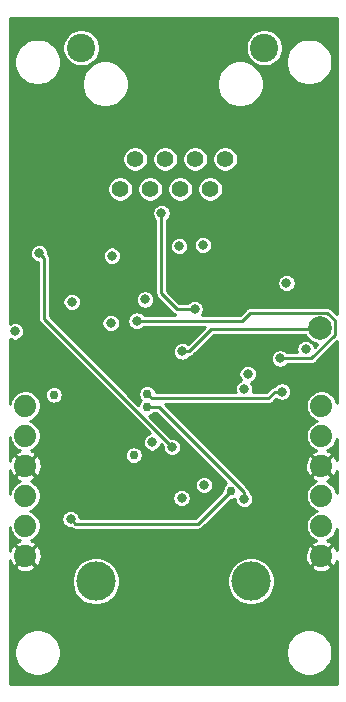
<source format=gbr>
G04 #@! TF.GenerationSoftware,KiCad,Pcbnew,5.0.2+dfsg1-1*
G04 #@! TF.CreationDate,2020-08-15T21:59:55-04:00*
G04 #@! TF.ProjectId,interceptor,696e7465-7263-4657-9074-6f722e6b6963,rev?*
G04 #@! TF.SameCoordinates,Original*
G04 #@! TF.FileFunction,Copper,L2,Inr*
G04 #@! TF.FilePolarity,Positive*
%FSLAX46Y46*%
G04 Gerber Fmt 4.6, Leading zero omitted, Abs format (unit mm)*
G04 Created by KiCad (PCBNEW 5.0.2+dfsg1-1) date Sat 15 Aug 2020 09:59:55 PM EDT*
%MOMM*%
%LPD*%
G01*
G04 APERTURE LIST*
G04 #@! TA.AperFunction,ViaPad*
%ADD10C,3.327400*%
G04 #@! TD*
G04 #@! TA.AperFunction,ViaPad*
%ADD11C,2.400000*%
G04 #@! TD*
G04 #@! TA.AperFunction,ViaPad*
%ADD12C,1.408000*%
G04 #@! TD*
G04 #@! TA.AperFunction,ViaPad*
%ADD13C,1.879600*%
G04 #@! TD*
G04 #@! TA.AperFunction,ViaPad*
%ADD14C,2.000000*%
G04 #@! TD*
G04 #@! TA.AperFunction,ViaPad*
%ADD15C,0.756400*%
G04 #@! TD*
G04 #@! TA.AperFunction,ViaPad*
%ADD16C,0.800000*%
G04 #@! TD*
G04 #@! TA.AperFunction,Conductor*
%ADD17C,0.250000*%
G04 #@! TD*
G04 #@! TA.AperFunction,Conductor*
%ADD18C,0.254000*%
G04 #@! TD*
G04 APERTURE END LIST*
D10*
G04 #@! TO.N,N/C*
G04 #@! TO.C,J3*
X137745100Y-120859600D03*
G04 #@! TO.N,Net-(J3-Pad1)*
X150876900Y-120859600D03*
G04 #@! TD*
D11*
G04 #@! TO.N,N/C*
G04 #@! TO.C,J15*
X136500000Y-75700000D03*
X152000000Y-75700000D03*
D12*
G04 #@! TO.N,GND*
X148695000Y-85100000D03*
G04 #@! TO.N,N/C*
X141075000Y-85100000D03*
G04 #@! TO.N,GND*
X143615000Y-85100000D03*
G04 #@! TO.N,/CAN1_L*
X146155000Y-85100000D03*
G04 #@! TO.N,N/C*
X147425000Y-87640000D03*
X144885000Y-87640000D03*
G04 #@! TO.N,/CAN1_H*
X142345000Y-87640000D03*
G04 #@! TO.N,N/C*
X139805000Y-87640000D03*
G04 #@! TD*
D13*
G04 #@! TO.N,/ACCEL1*
G04 #@! TO.C,J1*
X156845900Y-106000600D03*
G04 #@! TO.N,GND*
X156845900Y-108540600D03*
G04 #@! TO.N,VCC*
X156845900Y-111080600D03*
G04 #@! TO.N,/ACCEL2*
X156845900Y-113620600D03*
G04 #@! TO.N,GND*
X156845900Y-116160600D03*
G04 #@! TO.N,VCC*
X156845900Y-118700600D03*
G04 #@! TD*
G04 #@! TO.N,/DAC1*
G04 #@! TO.C,J2*
X131776100Y-106000600D03*
G04 #@! TO.N,GND*
X131776100Y-108540600D03*
G04 #@! TO.N,VCC*
X131776100Y-111080600D03*
G04 #@! TO.N,/DAC2*
X131776100Y-113620600D03*
G04 #@! TO.N,GND*
X131776100Y-116160600D03*
G04 #@! TO.N,VCC*
X131776100Y-118700600D03*
G04 #@! TD*
D14*
G04 #@! TO.N,/BOOT0*
G04 #@! TO.C,DFU*
X156700000Y-99400000D03*
G04 #@! TD*
D15*
G04 #@! TO.N,GND*
X140945500Y-110191600D03*
X134189100Y-105060800D03*
D16*
X153884700Y-95615300D03*
X155500000Y-101200000D03*
X146800000Y-92400000D03*
X144800000Y-92500000D03*
G04 #@! TO.N,VCC*
X139800000Y-90200000D03*
X146700000Y-90100000D03*
X156700000Y-96558300D03*
X133300000Y-90600000D03*
X132377410Y-99100000D03*
X145800000Y-96200000D03*
X146993885Y-97105928D03*
G04 #@! TO.N,/BOOT0*
X145057500Y-101400000D03*
G04 #@! TO.N,/CAN1_EN*
X143300000Y-89700000D03*
X146100000Y-97799992D03*
G04 #@! TO.N,Net-(R17-Pad1)*
X150600000Y-103300000D03*
X146900000Y-112700000D03*
G04 #@! TO.N,Net-(R16-Pad1)*
X145000000Y-113800000D03*
X150300000Y-104600000D03*
D15*
G04 #@! TO.N,/LEDG*
X149200500Y-113188800D03*
D16*
X135600000Y-115600000D03*
G04 #@! TO.N,Net-(R8-Pad2)*
X132950000Y-93100000D03*
X144200000Y-109500000D03*
G04 #@! TO.N,Net-(R7-Pad2)*
X142500000Y-109100000D03*
X139100000Y-93300000D03*
D15*
G04 #@! TO.N,Net-(R24-Pad1)*
X142088500Y-106102200D03*
D16*
X150300000Y-113900000D03*
D15*
G04 #@! TO.N,Net-(R23-Pad1)*
X142088500Y-105010000D03*
D16*
X153500000Y-104800000D03*
G04 #@! TO.N,Net-(R2-Pad1)*
X130900000Y-99700000D03*
G04 #@! TO.N,/DAC1*
X139000000Y-99000000D03*
X153330301Y-102000000D03*
X141200000Y-98800000D03*
G04 #@! TO.N,Net-(R1-Pad2)*
X141900000Y-97000000D03*
G04 #@! TO.N,/DAC2*
X135700000Y-97200000D03*
G04 #@! TD*
D17*
G04 #@! TO.N,/BOOT0*
X145623185Y-101400000D02*
X147523185Y-99500000D01*
X145057500Y-101400000D02*
X145623185Y-101400000D01*
X147523185Y-99500000D02*
X156600000Y-99500000D01*
X156600000Y-99500000D02*
X156700000Y-99400000D01*
G04 #@! TO.N,/CAN1_EN*
X143300000Y-89700000D02*
X143300000Y-96500000D01*
X144599992Y-97799992D02*
X145534315Y-97799992D01*
X145534315Y-97799992D02*
X146100000Y-97799992D01*
X143300000Y-96500000D02*
X144599992Y-97799992D01*
G04 #@! TO.N,/LEDG*
X148822301Y-113566999D02*
X149200500Y-113188800D01*
X146389300Y-116000000D02*
X148822301Y-113566999D01*
X136000000Y-116000000D02*
X146389300Y-116000000D01*
X135600000Y-115600000D02*
X136000000Y-116000000D01*
G04 #@! TO.N,Net-(R8-Pad2)*
X133349999Y-93499999D02*
X133349999Y-98649999D01*
X132950000Y-93100000D02*
X133349999Y-93499999D01*
X133349999Y-98649999D02*
X144200000Y-109500000D01*
G04 #@! TO.N,Net-(R24-Pad1)*
X142623355Y-106102200D02*
X142088500Y-106102200D01*
X143067885Y-106102200D02*
X142623355Y-106102200D01*
X150300000Y-113334315D02*
X143067885Y-106102200D01*
X150300000Y-113900000D02*
X150300000Y-113334315D01*
G04 #@! TO.N,Net-(R23-Pad1)*
X142466699Y-105388199D02*
X142088500Y-105010000D01*
X152346116Y-105388199D02*
X142466699Y-105388199D01*
X152934315Y-104800000D02*
X152346116Y-105388199D01*
X153500000Y-104800000D02*
X152934315Y-104800000D01*
G04 #@! TO.N,/DAC1*
X150130301Y-98800000D02*
X141200000Y-98800000D01*
X155990554Y-102000000D02*
X157977401Y-100013153D01*
X153330301Y-102000000D02*
X155990554Y-102000000D01*
X157977401Y-100013153D02*
X157977401Y-98786847D01*
X157977401Y-98786847D02*
X157313153Y-98122599D01*
X157313153Y-98122599D02*
X150807702Y-98122599D01*
X150807702Y-98122599D02*
X150130301Y-98800000D01*
G04 #@! TD*
D18*
G04 #@! TO.N,VCC*
G36*
X158144001Y-98237855D02*
X157688529Y-97782384D01*
X157672680Y-97763072D01*
X157595632Y-97699840D01*
X157507728Y-97652854D01*
X157412346Y-97623921D01*
X157338007Y-97616599D01*
X157337999Y-97616599D01*
X157313153Y-97614152D01*
X157288307Y-97616599D01*
X150832556Y-97616599D01*
X150807702Y-97614151D01*
X150782848Y-97616599D01*
X150708509Y-97623921D01*
X150613127Y-97652854D01*
X150525223Y-97699840D01*
X150448175Y-97763072D01*
X150432330Y-97782379D01*
X149920710Y-98294000D01*
X146709215Y-98294000D01*
X146792113Y-98169934D01*
X146850987Y-98027801D01*
X146881000Y-97876914D01*
X146881000Y-97723070D01*
X146850987Y-97572183D01*
X146792113Y-97430050D01*
X146706642Y-97302133D01*
X146597859Y-97193350D01*
X146469942Y-97107879D01*
X146327809Y-97049005D01*
X146176922Y-97018992D01*
X146023078Y-97018992D01*
X145872191Y-97049005D01*
X145730058Y-97107879D01*
X145602141Y-97193350D01*
X145501499Y-97293992D01*
X144809584Y-97293992D01*
X143806000Y-96290409D01*
X143806000Y-95538378D01*
X153103700Y-95538378D01*
X153103700Y-95692222D01*
X153133713Y-95843109D01*
X153192587Y-95985242D01*
X153278058Y-96113159D01*
X153386841Y-96221942D01*
X153514758Y-96307413D01*
X153656891Y-96366287D01*
X153807778Y-96396300D01*
X153961622Y-96396300D01*
X154112509Y-96366287D01*
X154254642Y-96307413D01*
X154382559Y-96221942D01*
X154491342Y-96113159D01*
X154576813Y-95985242D01*
X154635687Y-95843109D01*
X154665700Y-95692222D01*
X154665700Y-95538378D01*
X154635687Y-95387491D01*
X154576813Y-95245358D01*
X154491342Y-95117441D01*
X154382559Y-95008658D01*
X154254642Y-94923187D01*
X154112509Y-94864313D01*
X153961622Y-94834300D01*
X153807778Y-94834300D01*
X153656891Y-94864313D01*
X153514758Y-94923187D01*
X153386841Y-95008658D01*
X153278058Y-95117441D01*
X153192587Y-95245358D01*
X153133713Y-95387491D01*
X153103700Y-95538378D01*
X143806000Y-95538378D01*
X143806000Y-92423078D01*
X144019000Y-92423078D01*
X144019000Y-92576922D01*
X144049013Y-92727809D01*
X144107887Y-92869942D01*
X144193358Y-92997859D01*
X144302141Y-93106642D01*
X144430058Y-93192113D01*
X144572191Y-93250987D01*
X144723078Y-93281000D01*
X144876922Y-93281000D01*
X145027809Y-93250987D01*
X145169942Y-93192113D01*
X145297859Y-93106642D01*
X145406642Y-92997859D01*
X145492113Y-92869942D01*
X145550987Y-92727809D01*
X145581000Y-92576922D01*
X145581000Y-92423078D01*
X145561109Y-92323078D01*
X146019000Y-92323078D01*
X146019000Y-92476922D01*
X146049013Y-92627809D01*
X146107887Y-92769942D01*
X146193358Y-92897859D01*
X146302141Y-93006642D01*
X146430058Y-93092113D01*
X146572191Y-93150987D01*
X146723078Y-93181000D01*
X146876922Y-93181000D01*
X147027809Y-93150987D01*
X147169942Y-93092113D01*
X147297859Y-93006642D01*
X147406642Y-92897859D01*
X147492113Y-92769942D01*
X147550987Y-92627809D01*
X147581000Y-92476922D01*
X147581000Y-92323078D01*
X147550987Y-92172191D01*
X147492113Y-92030058D01*
X147406642Y-91902141D01*
X147297859Y-91793358D01*
X147169942Y-91707887D01*
X147027809Y-91649013D01*
X146876922Y-91619000D01*
X146723078Y-91619000D01*
X146572191Y-91649013D01*
X146430058Y-91707887D01*
X146302141Y-91793358D01*
X146193358Y-91902141D01*
X146107887Y-92030058D01*
X146049013Y-92172191D01*
X146019000Y-92323078D01*
X145561109Y-92323078D01*
X145550987Y-92272191D01*
X145492113Y-92130058D01*
X145406642Y-92002141D01*
X145297859Y-91893358D01*
X145169942Y-91807887D01*
X145027809Y-91749013D01*
X144876922Y-91719000D01*
X144723078Y-91719000D01*
X144572191Y-91749013D01*
X144430058Y-91807887D01*
X144302141Y-91893358D01*
X144193358Y-92002141D01*
X144107887Y-92130058D01*
X144049013Y-92272191D01*
X144019000Y-92423078D01*
X143806000Y-92423078D01*
X143806000Y-90298501D01*
X143906642Y-90197859D01*
X143992113Y-90069942D01*
X144050987Y-89927809D01*
X144081000Y-89776922D01*
X144081000Y-89623078D01*
X144050987Y-89472191D01*
X143992113Y-89330058D01*
X143906642Y-89202141D01*
X143797859Y-89093358D01*
X143669942Y-89007887D01*
X143527809Y-88949013D01*
X143376922Y-88919000D01*
X143223078Y-88919000D01*
X143072191Y-88949013D01*
X142930058Y-89007887D01*
X142802141Y-89093358D01*
X142693358Y-89202141D01*
X142607887Y-89330058D01*
X142549013Y-89472191D01*
X142519000Y-89623078D01*
X142519000Y-89776922D01*
X142549013Y-89927809D01*
X142607887Y-90069942D01*
X142693358Y-90197859D01*
X142794000Y-90298501D01*
X142794001Y-96475144D01*
X142791553Y-96500000D01*
X142801322Y-96599192D01*
X142830255Y-96694574D01*
X142830256Y-96694575D01*
X142877242Y-96782479D01*
X142940474Y-96859527D01*
X142959780Y-96875371D01*
X144224620Y-98140212D01*
X144240465Y-98159519D01*
X144317513Y-98222751D01*
X144405417Y-98269737D01*
X144466181Y-98288169D01*
X144485403Y-98294000D01*
X141798501Y-98294000D01*
X141697859Y-98193358D01*
X141569942Y-98107887D01*
X141427809Y-98049013D01*
X141276922Y-98019000D01*
X141123078Y-98019000D01*
X140972191Y-98049013D01*
X140830058Y-98107887D01*
X140702141Y-98193358D01*
X140593358Y-98302141D01*
X140507887Y-98430058D01*
X140449013Y-98572191D01*
X140419000Y-98723078D01*
X140419000Y-98876922D01*
X140449013Y-99027809D01*
X140507887Y-99169942D01*
X140593358Y-99297859D01*
X140702141Y-99406642D01*
X140830058Y-99492113D01*
X140972191Y-99550987D01*
X141123078Y-99581000D01*
X141276922Y-99581000D01*
X141427809Y-99550987D01*
X141569942Y-99492113D01*
X141697859Y-99406642D01*
X141798501Y-99306000D01*
X147001593Y-99306000D01*
X145530707Y-100776886D01*
X145427442Y-100707887D01*
X145285309Y-100649013D01*
X145134422Y-100619000D01*
X144980578Y-100619000D01*
X144829691Y-100649013D01*
X144687558Y-100707887D01*
X144559641Y-100793358D01*
X144450858Y-100902141D01*
X144365387Y-101030058D01*
X144306513Y-101172191D01*
X144276500Y-101323078D01*
X144276500Y-101476922D01*
X144306513Y-101627809D01*
X144365387Y-101769942D01*
X144450858Y-101897859D01*
X144559641Y-102006642D01*
X144687558Y-102092113D01*
X144829691Y-102150987D01*
X144980578Y-102181000D01*
X145134422Y-102181000D01*
X145285309Y-102150987D01*
X145427442Y-102092113D01*
X145555359Y-102006642D01*
X145656871Y-101905130D01*
X145722378Y-101898678D01*
X145817760Y-101869745D01*
X145905664Y-101822759D01*
X145982712Y-101759527D01*
X145998561Y-101740215D01*
X147732777Y-100006000D01*
X155456230Y-100006000D01*
X155476174Y-100054149D01*
X155627307Y-100280336D01*
X155819664Y-100472693D01*
X156045851Y-100623826D01*
X156297177Y-100727929D01*
X156505580Y-100769383D01*
X156259579Y-101015384D01*
X156250987Y-100972191D01*
X156192113Y-100830058D01*
X156106642Y-100702141D01*
X155997859Y-100593358D01*
X155869942Y-100507887D01*
X155727809Y-100449013D01*
X155576922Y-100419000D01*
X155423078Y-100419000D01*
X155272191Y-100449013D01*
X155130058Y-100507887D01*
X155002141Y-100593358D01*
X154893358Y-100702141D01*
X154807887Y-100830058D01*
X154749013Y-100972191D01*
X154719000Y-101123078D01*
X154719000Y-101276922D01*
X154749013Y-101427809D01*
X154776430Y-101494000D01*
X153928802Y-101494000D01*
X153828160Y-101393358D01*
X153700243Y-101307887D01*
X153558110Y-101249013D01*
X153407223Y-101219000D01*
X153253379Y-101219000D01*
X153102492Y-101249013D01*
X152960359Y-101307887D01*
X152832442Y-101393358D01*
X152723659Y-101502141D01*
X152638188Y-101630058D01*
X152579314Y-101772191D01*
X152549301Y-101923078D01*
X152549301Y-102076922D01*
X152579314Y-102227809D01*
X152638188Y-102369942D01*
X152723659Y-102497859D01*
X152832442Y-102606642D01*
X152960359Y-102692113D01*
X153102492Y-102750987D01*
X153253379Y-102781000D01*
X153407223Y-102781000D01*
X153558110Y-102750987D01*
X153700243Y-102692113D01*
X153828160Y-102606642D01*
X153928802Y-102506000D01*
X155965708Y-102506000D01*
X155990554Y-102508447D01*
X156015400Y-102506000D01*
X156015408Y-102506000D01*
X156089747Y-102498678D01*
X156185129Y-102469745D01*
X156273033Y-102422759D01*
X156350081Y-102359527D01*
X156365930Y-102340215D01*
X158144001Y-100562145D01*
X158144000Y-105756393D01*
X158115943Y-105615337D01*
X158016378Y-105374966D01*
X157871833Y-105158639D01*
X157687861Y-104974667D01*
X157471534Y-104830122D01*
X157231163Y-104730557D01*
X156975987Y-104679800D01*
X156715813Y-104679800D01*
X156460637Y-104730557D01*
X156220266Y-104830122D01*
X156003939Y-104974667D01*
X155819967Y-105158639D01*
X155675422Y-105374966D01*
X155575857Y-105615337D01*
X155525100Y-105870513D01*
X155525100Y-106130687D01*
X155575857Y-106385863D01*
X155675422Y-106626234D01*
X155819967Y-106842561D01*
X156003939Y-107026533D01*
X156220266Y-107171078D01*
X156460533Y-107270600D01*
X156220266Y-107370122D01*
X156003939Y-107514667D01*
X155819967Y-107698639D01*
X155675422Y-107914966D01*
X155575857Y-108155337D01*
X155525100Y-108410513D01*
X155525100Y-108670687D01*
X155575857Y-108925863D01*
X155675422Y-109166234D01*
X155819967Y-109382561D01*
X156003939Y-109566533D01*
X156220266Y-109711078D01*
X156394871Y-109783402D01*
X156345771Y-109797171D01*
X156104996Y-109919402D01*
X156056625Y-109951722D01*
X155965950Y-110165295D01*
X156845900Y-111045245D01*
X157725850Y-110165295D01*
X157635175Y-109951722D01*
X157399777Y-109819434D01*
X157293627Y-109784770D01*
X157471534Y-109711078D01*
X157687861Y-109566533D01*
X157871833Y-109382561D01*
X158016378Y-109166234D01*
X158115943Y-108925863D01*
X158144000Y-108784807D01*
X158144000Y-110632789D01*
X158129329Y-110580471D01*
X158007098Y-110339696D01*
X157974778Y-110291325D01*
X157761205Y-110200650D01*
X156881255Y-111080600D01*
X157761205Y-111960550D01*
X157974778Y-111869875D01*
X158107066Y-111634477D01*
X158144000Y-111521376D01*
X158144000Y-113376392D01*
X158115943Y-113235337D01*
X158016378Y-112994966D01*
X157871833Y-112778639D01*
X157687861Y-112594667D01*
X157471534Y-112450122D01*
X157296929Y-112377798D01*
X157346029Y-112364029D01*
X157586804Y-112241798D01*
X157635175Y-112209478D01*
X157725850Y-111995905D01*
X156845900Y-111115955D01*
X155965950Y-111995905D01*
X156056625Y-112209478D01*
X156292023Y-112341766D01*
X156398173Y-112376430D01*
X156220266Y-112450122D01*
X156003939Y-112594667D01*
X155819967Y-112778639D01*
X155675422Y-112994966D01*
X155575857Y-113235337D01*
X155525100Y-113490513D01*
X155525100Y-113750687D01*
X155575857Y-114005863D01*
X155675422Y-114246234D01*
X155819967Y-114462561D01*
X156003939Y-114646533D01*
X156220266Y-114791078D01*
X156460533Y-114890600D01*
X156220266Y-114990122D01*
X156003939Y-115134667D01*
X155819967Y-115318639D01*
X155675422Y-115534966D01*
X155575857Y-115775337D01*
X155525100Y-116030513D01*
X155525100Y-116290687D01*
X155575857Y-116545863D01*
X155675422Y-116786234D01*
X155819967Y-117002561D01*
X156003939Y-117186533D01*
X156220266Y-117331078D01*
X156394871Y-117403402D01*
X156345771Y-117417171D01*
X156104996Y-117539402D01*
X156056625Y-117571722D01*
X155965950Y-117785295D01*
X156845900Y-118665245D01*
X157725850Y-117785295D01*
X157635175Y-117571722D01*
X157399777Y-117439434D01*
X157293627Y-117404770D01*
X157471534Y-117331078D01*
X157687861Y-117186533D01*
X157871833Y-117002561D01*
X158016378Y-116786234D01*
X158115943Y-116545863D01*
X158144000Y-116404808D01*
X158144000Y-118252788D01*
X158129329Y-118200471D01*
X158007098Y-117959696D01*
X157974778Y-117911325D01*
X157761205Y-117820650D01*
X156881255Y-118700600D01*
X157761205Y-119580550D01*
X157974778Y-119489875D01*
X158107066Y-119254477D01*
X158144000Y-119141377D01*
X158144000Y-129544000D01*
X130456000Y-129544000D01*
X130456000Y-126704889D01*
X130819000Y-126704889D01*
X130819000Y-127095111D01*
X130895129Y-127477836D01*
X131044461Y-127838355D01*
X131261257Y-128162814D01*
X131537186Y-128438743D01*
X131861645Y-128655539D01*
X132222164Y-128804871D01*
X132604889Y-128881000D01*
X132995111Y-128881000D01*
X133377836Y-128804871D01*
X133738355Y-128655539D01*
X134062814Y-128438743D01*
X134338743Y-128162814D01*
X134555539Y-127838355D01*
X134704871Y-127477836D01*
X134781000Y-127095111D01*
X134781000Y-126704889D01*
X153819000Y-126704889D01*
X153819000Y-127095111D01*
X153895129Y-127477836D01*
X154044461Y-127838355D01*
X154261257Y-128162814D01*
X154537186Y-128438743D01*
X154861645Y-128655539D01*
X155222164Y-128804871D01*
X155604889Y-128881000D01*
X155995111Y-128881000D01*
X156377836Y-128804871D01*
X156738355Y-128655539D01*
X157062814Y-128438743D01*
X157338743Y-128162814D01*
X157555539Y-127838355D01*
X157704871Y-127477836D01*
X157781000Y-127095111D01*
X157781000Y-126704889D01*
X157704871Y-126322164D01*
X157555539Y-125961645D01*
X157338743Y-125637186D01*
X157062814Y-125361257D01*
X156738355Y-125144461D01*
X156377836Y-124995129D01*
X155995111Y-124919000D01*
X155604889Y-124919000D01*
X155222164Y-124995129D01*
X154861645Y-125144461D01*
X154537186Y-125361257D01*
X154261257Y-125637186D01*
X154044461Y-125961645D01*
X153895129Y-126322164D01*
X153819000Y-126704889D01*
X134781000Y-126704889D01*
X134704871Y-126322164D01*
X134555539Y-125961645D01*
X134338743Y-125637186D01*
X134062814Y-125361257D01*
X133738355Y-125144461D01*
X133377836Y-124995129D01*
X132995111Y-124919000D01*
X132604889Y-124919000D01*
X132222164Y-124995129D01*
X131861645Y-125144461D01*
X131537186Y-125361257D01*
X131261257Y-125637186D01*
X131044461Y-125961645D01*
X130895129Y-126322164D01*
X130819000Y-126704889D01*
X130456000Y-126704889D01*
X130456000Y-120658215D01*
X135700400Y-120658215D01*
X135700400Y-121060985D01*
X135778977Y-121456017D01*
X135933111Y-121828128D01*
X136156878Y-122163020D01*
X136441680Y-122447822D01*
X136776572Y-122671589D01*
X137148683Y-122825723D01*
X137543715Y-122904300D01*
X137946485Y-122904300D01*
X138341517Y-122825723D01*
X138713628Y-122671589D01*
X139048520Y-122447822D01*
X139333322Y-122163020D01*
X139557089Y-121828128D01*
X139711223Y-121456017D01*
X139789800Y-121060985D01*
X139789800Y-120658215D01*
X148832200Y-120658215D01*
X148832200Y-121060985D01*
X148910777Y-121456017D01*
X149064911Y-121828128D01*
X149288678Y-122163020D01*
X149573480Y-122447822D01*
X149908372Y-122671589D01*
X150280483Y-122825723D01*
X150675515Y-122904300D01*
X151078285Y-122904300D01*
X151473317Y-122825723D01*
X151845428Y-122671589D01*
X152180320Y-122447822D01*
X152465122Y-122163020D01*
X152688889Y-121828128D01*
X152843023Y-121456017D01*
X152921600Y-121060985D01*
X152921600Y-120658215D01*
X152843023Y-120263183D01*
X152688889Y-119891072D01*
X152505029Y-119615905D01*
X155965950Y-119615905D01*
X156056625Y-119829478D01*
X156292023Y-119961766D01*
X156548707Y-120045589D01*
X156816812Y-120077725D01*
X157086034Y-120056939D01*
X157346029Y-119984029D01*
X157586804Y-119861798D01*
X157635175Y-119829478D01*
X157725850Y-119615905D01*
X156845900Y-118735955D01*
X155965950Y-119615905D01*
X152505029Y-119615905D01*
X152465122Y-119556180D01*
X152180320Y-119271378D01*
X151845428Y-119047611D01*
X151473317Y-118893477D01*
X151078285Y-118814900D01*
X150675515Y-118814900D01*
X150280483Y-118893477D01*
X149908372Y-119047611D01*
X149573480Y-119271378D01*
X149288678Y-119556180D01*
X149064911Y-119891072D01*
X148910777Y-120263183D01*
X148832200Y-120658215D01*
X139789800Y-120658215D01*
X139711223Y-120263183D01*
X139557089Y-119891072D01*
X139333322Y-119556180D01*
X139048520Y-119271378D01*
X138713628Y-119047611D01*
X138341517Y-118893477D01*
X137946485Y-118814900D01*
X137543715Y-118814900D01*
X137148683Y-118893477D01*
X136776572Y-119047611D01*
X136441680Y-119271378D01*
X136156878Y-119556180D01*
X135933111Y-119891072D01*
X135778977Y-120263183D01*
X135700400Y-120658215D01*
X130456000Y-120658215D01*
X130456000Y-119615905D01*
X130896150Y-119615905D01*
X130986825Y-119829478D01*
X131222223Y-119961766D01*
X131478907Y-120045589D01*
X131747012Y-120077725D01*
X132016234Y-120056939D01*
X132276229Y-119984029D01*
X132517004Y-119861798D01*
X132565375Y-119829478D01*
X132656050Y-119615905D01*
X131776100Y-118735955D01*
X130896150Y-119615905D01*
X130456000Y-119615905D01*
X130456000Y-119069961D01*
X130492671Y-119200729D01*
X130614902Y-119441504D01*
X130647222Y-119489875D01*
X130860795Y-119580550D01*
X131740745Y-118700600D01*
X131811455Y-118700600D01*
X132691405Y-119580550D01*
X132904978Y-119489875D01*
X133037266Y-119254477D01*
X133121089Y-118997793D01*
X133153225Y-118729688D01*
X133148734Y-118671512D01*
X155468775Y-118671512D01*
X155489561Y-118940734D01*
X155562471Y-119200729D01*
X155684702Y-119441504D01*
X155717022Y-119489875D01*
X155930595Y-119580550D01*
X156810545Y-118700600D01*
X155930595Y-117820650D01*
X155717022Y-117911325D01*
X155584734Y-118146723D01*
X155500911Y-118403407D01*
X155468775Y-118671512D01*
X133148734Y-118671512D01*
X133132439Y-118460466D01*
X133059529Y-118200471D01*
X132937298Y-117959696D01*
X132904978Y-117911325D01*
X132691405Y-117820650D01*
X131811455Y-118700600D01*
X131740745Y-118700600D01*
X130860795Y-117820650D01*
X130647222Y-117911325D01*
X130514934Y-118146723D01*
X130456000Y-118327192D01*
X130456000Y-116294206D01*
X130506057Y-116545863D01*
X130605622Y-116786234D01*
X130750167Y-117002561D01*
X130934139Y-117186533D01*
X131150466Y-117331078D01*
X131325071Y-117403402D01*
X131275971Y-117417171D01*
X131035196Y-117539402D01*
X130986825Y-117571722D01*
X130896150Y-117785295D01*
X131776100Y-118665245D01*
X132656050Y-117785295D01*
X132565375Y-117571722D01*
X132329977Y-117439434D01*
X132223827Y-117404770D01*
X132401734Y-117331078D01*
X132618061Y-117186533D01*
X132802033Y-117002561D01*
X132946578Y-116786234D01*
X133046143Y-116545863D01*
X133096900Y-116290687D01*
X133096900Y-116030513D01*
X133046143Y-115775337D01*
X132946578Y-115534966D01*
X132802033Y-115318639D01*
X132618061Y-115134667D01*
X132401734Y-114990122D01*
X132161467Y-114890600D01*
X132401734Y-114791078D01*
X132618061Y-114646533D01*
X132802033Y-114462561D01*
X132946578Y-114246234D01*
X133046143Y-114005863D01*
X133096900Y-113750687D01*
X133096900Y-113723078D01*
X144219000Y-113723078D01*
X144219000Y-113876922D01*
X144249013Y-114027809D01*
X144307887Y-114169942D01*
X144393358Y-114297859D01*
X144502141Y-114406642D01*
X144630058Y-114492113D01*
X144772191Y-114550987D01*
X144923078Y-114581000D01*
X145076922Y-114581000D01*
X145227809Y-114550987D01*
X145369942Y-114492113D01*
X145497859Y-114406642D01*
X145606642Y-114297859D01*
X145692113Y-114169942D01*
X145750987Y-114027809D01*
X145781000Y-113876922D01*
X145781000Y-113723078D01*
X145750987Y-113572191D01*
X145692113Y-113430058D01*
X145606642Y-113302141D01*
X145497859Y-113193358D01*
X145369942Y-113107887D01*
X145227809Y-113049013D01*
X145076922Y-113019000D01*
X144923078Y-113019000D01*
X144772191Y-113049013D01*
X144630058Y-113107887D01*
X144502141Y-113193358D01*
X144393358Y-113302141D01*
X144307887Y-113430058D01*
X144249013Y-113572191D01*
X144219000Y-113723078D01*
X133096900Y-113723078D01*
X133096900Y-113490513D01*
X133046143Y-113235337D01*
X132946578Y-112994966D01*
X132802033Y-112778639D01*
X132646472Y-112623078D01*
X146119000Y-112623078D01*
X146119000Y-112776922D01*
X146149013Y-112927809D01*
X146207887Y-113069942D01*
X146293358Y-113197859D01*
X146402141Y-113306642D01*
X146530058Y-113392113D01*
X146672191Y-113450987D01*
X146823078Y-113481000D01*
X146976922Y-113481000D01*
X147127809Y-113450987D01*
X147269942Y-113392113D01*
X147397859Y-113306642D01*
X147506642Y-113197859D01*
X147592113Y-113069942D01*
X147650987Y-112927809D01*
X147681000Y-112776922D01*
X147681000Y-112623078D01*
X147650987Y-112472191D01*
X147592113Y-112330058D01*
X147506642Y-112202141D01*
X147397859Y-112093358D01*
X147269942Y-112007887D01*
X147127809Y-111949013D01*
X146976922Y-111919000D01*
X146823078Y-111919000D01*
X146672191Y-111949013D01*
X146530058Y-112007887D01*
X146402141Y-112093358D01*
X146293358Y-112202141D01*
X146207887Y-112330058D01*
X146149013Y-112472191D01*
X146119000Y-112623078D01*
X132646472Y-112623078D01*
X132618061Y-112594667D01*
X132401734Y-112450122D01*
X132227129Y-112377798D01*
X132276229Y-112364029D01*
X132517004Y-112241798D01*
X132565375Y-112209478D01*
X132656050Y-111995905D01*
X131776100Y-111115955D01*
X130896150Y-111995905D01*
X130986825Y-112209478D01*
X131222223Y-112341766D01*
X131328373Y-112376430D01*
X131150466Y-112450122D01*
X130934139Y-112594667D01*
X130750167Y-112778639D01*
X130605622Y-112994966D01*
X130506057Y-113235337D01*
X130456000Y-113486994D01*
X130456000Y-111449961D01*
X130492671Y-111580729D01*
X130614902Y-111821504D01*
X130647222Y-111869875D01*
X130860795Y-111960550D01*
X131740745Y-111080600D01*
X131811455Y-111080600D01*
X132691405Y-111960550D01*
X132904978Y-111869875D01*
X133037266Y-111634477D01*
X133121089Y-111377793D01*
X133153225Y-111109688D01*
X133132439Y-110840466D01*
X133059529Y-110580471D01*
X132937298Y-110339696D01*
X132904978Y-110291325D01*
X132691405Y-110200650D01*
X131811455Y-111080600D01*
X131740745Y-111080600D01*
X130860795Y-110200650D01*
X130647222Y-110291325D01*
X130514934Y-110526723D01*
X130456000Y-110707192D01*
X130456000Y-108674206D01*
X130506057Y-108925863D01*
X130605622Y-109166234D01*
X130750167Y-109382561D01*
X130934139Y-109566533D01*
X131150466Y-109711078D01*
X131325071Y-109783402D01*
X131275971Y-109797171D01*
X131035196Y-109919402D01*
X130986825Y-109951722D01*
X130896150Y-110165295D01*
X131776100Y-111045245D01*
X132656050Y-110165295D01*
X132635472Y-110116825D01*
X140186300Y-110116825D01*
X140186300Y-110266375D01*
X140215476Y-110413050D01*
X140272706Y-110551216D01*
X140355791Y-110675562D01*
X140461538Y-110781309D01*
X140585884Y-110864394D01*
X140724050Y-110921624D01*
X140870725Y-110950800D01*
X141020275Y-110950800D01*
X141166950Y-110921624D01*
X141305116Y-110864394D01*
X141429462Y-110781309D01*
X141535209Y-110675562D01*
X141618294Y-110551216D01*
X141675524Y-110413050D01*
X141704700Y-110266375D01*
X141704700Y-110116825D01*
X141675524Y-109970150D01*
X141618294Y-109831984D01*
X141535209Y-109707638D01*
X141429462Y-109601891D01*
X141305116Y-109518806D01*
X141166950Y-109461576D01*
X141020275Y-109432400D01*
X140870725Y-109432400D01*
X140724050Y-109461576D01*
X140585884Y-109518806D01*
X140461538Y-109601891D01*
X140355791Y-109707638D01*
X140272706Y-109831984D01*
X140215476Y-109970150D01*
X140186300Y-110116825D01*
X132635472Y-110116825D01*
X132565375Y-109951722D01*
X132329977Y-109819434D01*
X132223827Y-109784770D01*
X132401734Y-109711078D01*
X132618061Y-109566533D01*
X132802033Y-109382561D01*
X132946578Y-109166234D01*
X133046143Y-108925863D01*
X133096900Y-108670687D01*
X133096900Y-108410513D01*
X133046143Y-108155337D01*
X132946578Y-107914966D01*
X132802033Y-107698639D01*
X132618061Y-107514667D01*
X132401734Y-107370122D01*
X132161467Y-107270600D01*
X132401734Y-107171078D01*
X132618061Y-107026533D01*
X132802033Y-106842561D01*
X132946578Y-106626234D01*
X133046143Y-106385863D01*
X133096900Y-106130687D01*
X133096900Y-105870513D01*
X133046143Y-105615337D01*
X132946578Y-105374966D01*
X132802033Y-105158639D01*
X132629419Y-104986025D01*
X133429900Y-104986025D01*
X133429900Y-105135575D01*
X133459076Y-105282250D01*
X133516306Y-105420416D01*
X133599391Y-105544762D01*
X133705138Y-105650509D01*
X133829484Y-105733594D01*
X133967650Y-105790824D01*
X134114325Y-105820000D01*
X134263875Y-105820000D01*
X134410550Y-105790824D01*
X134548716Y-105733594D01*
X134673062Y-105650509D01*
X134778809Y-105544762D01*
X134861894Y-105420416D01*
X134919124Y-105282250D01*
X134948300Y-105135575D01*
X134948300Y-104986025D01*
X134919124Y-104839350D01*
X134861894Y-104701184D01*
X134778809Y-104576838D01*
X134673062Y-104471091D01*
X134548716Y-104388006D01*
X134410550Y-104330776D01*
X134263875Y-104301600D01*
X134114325Y-104301600D01*
X133967650Y-104330776D01*
X133829484Y-104388006D01*
X133705138Y-104471091D01*
X133599391Y-104576838D01*
X133516306Y-104701184D01*
X133459076Y-104839350D01*
X133429900Y-104986025D01*
X132629419Y-104986025D01*
X132618061Y-104974667D01*
X132401734Y-104830122D01*
X132161363Y-104730557D01*
X131906187Y-104679800D01*
X131646013Y-104679800D01*
X131390837Y-104730557D01*
X131150466Y-104830122D01*
X130934139Y-104974667D01*
X130750167Y-105158639D01*
X130605622Y-105374966D01*
X130506057Y-105615337D01*
X130456000Y-105866994D01*
X130456000Y-100342629D01*
X130530058Y-100392113D01*
X130672191Y-100450987D01*
X130823078Y-100481000D01*
X130976922Y-100481000D01*
X131127809Y-100450987D01*
X131269942Y-100392113D01*
X131397859Y-100306642D01*
X131506642Y-100197859D01*
X131592113Y-100069942D01*
X131650987Y-99927809D01*
X131681000Y-99776922D01*
X131681000Y-99623078D01*
X131650987Y-99472191D01*
X131592113Y-99330058D01*
X131506642Y-99202141D01*
X131397859Y-99093358D01*
X131269942Y-99007887D01*
X131127809Y-98949013D01*
X130976922Y-98919000D01*
X130823078Y-98919000D01*
X130672191Y-98949013D01*
X130530058Y-99007887D01*
X130456000Y-99057371D01*
X130456000Y-93023078D01*
X132169000Y-93023078D01*
X132169000Y-93176922D01*
X132199013Y-93327809D01*
X132257887Y-93469942D01*
X132343358Y-93597859D01*
X132452141Y-93706642D01*
X132580058Y-93792113D01*
X132722191Y-93850987D01*
X132843999Y-93875216D01*
X132844000Y-98625143D01*
X132841552Y-98649999D01*
X132851321Y-98749191D01*
X132880254Y-98844573D01*
X132880255Y-98844574D01*
X132927241Y-98932478D01*
X132990473Y-99009526D01*
X133009780Y-99025371D01*
X142323262Y-108338854D01*
X142272191Y-108349013D01*
X142130058Y-108407887D01*
X142002141Y-108493358D01*
X141893358Y-108602141D01*
X141807887Y-108730058D01*
X141749013Y-108872191D01*
X141719000Y-109023078D01*
X141719000Y-109176922D01*
X141749013Y-109327809D01*
X141807887Y-109469942D01*
X141893358Y-109597859D01*
X142002141Y-109706642D01*
X142130058Y-109792113D01*
X142272191Y-109850987D01*
X142423078Y-109881000D01*
X142576922Y-109881000D01*
X142727809Y-109850987D01*
X142869942Y-109792113D01*
X142997859Y-109706642D01*
X143106642Y-109597859D01*
X143192113Y-109469942D01*
X143250987Y-109327809D01*
X143261146Y-109276738D01*
X143419000Y-109434592D01*
X143419000Y-109576922D01*
X143449013Y-109727809D01*
X143507887Y-109869942D01*
X143593358Y-109997859D01*
X143702141Y-110106642D01*
X143830058Y-110192113D01*
X143972191Y-110250987D01*
X144123078Y-110281000D01*
X144276922Y-110281000D01*
X144427809Y-110250987D01*
X144569942Y-110192113D01*
X144697859Y-110106642D01*
X144806642Y-109997859D01*
X144892113Y-109869942D01*
X144950987Y-109727809D01*
X144981000Y-109576922D01*
X144981000Y-109423078D01*
X144950987Y-109272191D01*
X144892113Y-109130058D01*
X144806642Y-109002141D01*
X144697859Y-108893358D01*
X144569942Y-108807887D01*
X144427809Y-108749013D01*
X144276922Y-108719000D01*
X144134592Y-108719000D01*
X142258125Y-106842533D01*
X142309950Y-106832224D01*
X142448116Y-106774994D01*
X142572462Y-106691909D01*
X142656171Y-106608200D01*
X142858294Y-106608200D01*
X148796054Y-112545961D01*
X148716538Y-112599091D01*
X148610791Y-112704838D01*
X148527706Y-112829184D01*
X148470476Y-112967350D01*
X148441300Y-113114025D01*
X148441300Y-113232408D01*
X146179709Y-115494000D01*
X136375216Y-115494000D01*
X136350987Y-115372191D01*
X136292113Y-115230058D01*
X136206642Y-115102141D01*
X136097859Y-114993358D01*
X135969942Y-114907887D01*
X135827809Y-114849013D01*
X135676922Y-114819000D01*
X135523078Y-114819000D01*
X135372191Y-114849013D01*
X135230058Y-114907887D01*
X135102141Y-114993358D01*
X134993358Y-115102141D01*
X134907887Y-115230058D01*
X134849013Y-115372191D01*
X134819000Y-115523078D01*
X134819000Y-115676922D01*
X134849013Y-115827809D01*
X134907887Y-115969942D01*
X134993358Y-116097859D01*
X135102141Y-116206642D01*
X135230058Y-116292113D01*
X135372191Y-116350987D01*
X135523078Y-116381000D01*
X135666638Y-116381000D01*
X135717521Y-116422759D01*
X135805425Y-116469745D01*
X135878607Y-116491944D01*
X135900806Y-116498678D01*
X135910694Y-116499652D01*
X135975146Y-116506000D01*
X135975153Y-116506000D01*
X135999999Y-116508447D01*
X136024845Y-116506000D01*
X146364454Y-116506000D01*
X146389300Y-116508447D01*
X146414146Y-116506000D01*
X146414154Y-116506000D01*
X146488493Y-116498678D01*
X146583875Y-116469745D01*
X146671779Y-116422759D01*
X146748827Y-116359527D01*
X146764676Y-116340215D01*
X149156892Y-113948000D01*
X149275275Y-113948000D01*
X149421950Y-113918824D01*
X149519000Y-113878625D01*
X149519000Y-113976922D01*
X149549013Y-114127809D01*
X149607887Y-114269942D01*
X149693358Y-114397859D01*
X149802141Y-114506642D01*
X149930058Y-114592113D01*
X150072191Y-114650987D01*
X150223078Y-114681000D01*
X150376922Y-114681000D01*
X150527809Y-114650987D01*
X150669942Y-114592113D01*
X150797859Y-114506642D01*
X150906642Y-114397859D01*
X150992113Y-114269942D01*
X151050987Y-114127809D01*
X151081000Y-113976922D01*
X151081000Y-113823078D01*
X151050987Y-113672191D01*
X150992113Y-113530058D01*
X150906642Y-113402141D01*
X150805130Y-113300629D01*
X150798678Y-113235122D01*
X150786010Y-113193358D01*
X150769745Y-113139740D01*
X150752719Y-113107887D01*
X150722759Y-113051836D01*
X150659527Y-112974788D01*
X150640220Y-112958943D01*
X148732789Y-111051512D01*
X155468775Y-111051512D01*
X155489561Y-111320734D01*
X155562471Y-111580729D01*
X155684702Y-111821504D01*
X155717022Y-111869875D01*
X155930595Y-111960550D01*
X156810545Y-111080600D01*
X155930595Y-110200650D01*
X155717022Y-110291325D01*
X155584734Y-110526723D01*
X155500911Y-110783407D01*
X155468775Y-111051512D01*
X148732789Y-111051512D01*
X143575475Y-105894199D01*
X152321270Y-105894199D01*
X152346116Y-105896646D01*
X152370962Y-105894199D01*
X152370970Y-105894199D01*
X152445309Y-105886877D01*
X152540691Y-105857944D01*
X152628595Y-105810958D01*
X152705643Y-105747726D01*
X152721492Y-105728414D01*
X153026793Y-105423114D01*
X153130058Y-105492113D01*
X153272191Y-105550987D01*
X153423078Y-105581000D01*
X153576922Y-105581000D01*
X153727809Y-105550987D01*
X153869942Y-105492113D01*
X153997859Y-105406642D01*
X154106642Y-105297859D01*
X154192113Y-105169942D01*
X154250987Y-105027809D01*
X154281000Y-104876922D01*
X154281000Y-104723078D01*
X154250987Y-104572191D01*
X154192113Y-104430058D01*
X154106642Y-104302141D01*
X153997859Y-104193358D01*
X153869942Y-104107887D01*
X153727809Y-104049013D01*
X153576922Y-104019000D01*
X153423078Y-104019000D01*
X153272191Y-104049013D01*
X153130058Y-104107887D01*
X153002141Y-104193358D01*
X152900629Y-104294870D01*
X152835122Y-104301322D01*
X152739740Y-104330255D01*
X152651836Y-104377241D01*
X152574788Y-104440473D01*
X152558943Y-104459780D01*
X152136525Y-104882199D01*
X151028458Y-104882199D01*
X151050987Y-104827809D01*
X151081000Y-104676922D01*
X151081000Y-104523078D01*
X151050987Y-104372191D01*
X150992113Y-104230058D01*
X150906642Y-104102141D01*
X150847381Y-104042880D01*
X150969942Y-103992113D01*
X151097859Y-103906642D01*
X151206642Y-103797859D01*
X151292113Y-103669942D01*
X151350987Y-103527809D01*
X151381000Y-103376922D01*
X151381000Y-103223078D01*
X151350987Y-103072191D01*
X151292113Y-102930058D01*
X151206642Y-102802141D01*
X151097859Y-102693358D01*
X150969942Y-102607887D01*
X150827809Y-102549013D01*
X150676922Y-102519000D01*
X150523078Y-102519000D01*
X150372191Y-102549013D01*
X150230058Y-102607887D01*
X150102141Y-102693358D01*
X149993358Y-102802141D01*
X149907887Y-102930058D01*
X149849013Y-103072191D01*
X149819000Y-103223078D01*
X149819000Y-103376922D01*
X149849013Y-103527809D01*
X149907887Y-103669942D01*
X149993358Y-103797859D01*
X150052619Y-103857120D01*
X149930058Y-103907887D01*
X149802141Y-103993358D01*
X149693358Y-104102141D01*
X149607887Y-104230058D01*
X149549013Y-104372191D01*
X149519000Y-104523078D01*
X149519000Y-104676922D01*
X149549013Y-104827809D01*
X149571542Y-104882199D01*
X142837152Y-104882199D01*
X142818524Y-104788550D01*
X142761294Y-104650384D01*
X142678209Y-104526038D01*
X142572462Y-104420291D01*
X142448116Y-104337206D01*
X142309950Y-104279976D01*
X142163275Y-104250800D01*
X142013725Y-104250800D01*
X141867050Y-104279976D01*
X141728884Y-104337206D01*
X141604538Y-104420291D01*
X141498791Y-104526038D01*
X141415706Y-104650384D01*
X141358476Y-104788550D01*
X141329300Y-104935225D01*
X141329300Y-105084775D01*
X141358476Y-105231450D01*
X141415706Y-105369616D01*
X141498791Y-105493962D01*
X141560929Y-105556100D01*
X141498791Y-105618238D01*
X141415706Y-105742584D01*
X141358476Y-105880750D01*
X141348167Y-105932575D01*
X134338670Y-98923078D01*
X138219000Y-98923078D01*
X138219000Y-99076922D01*
X138249013Y-99227809D01*
X138307887Y-99369942D01*
X138393358Y-99497859D01*
X138502141Y-99606642D01*
X138630058Y-99692113D01*
X138772191Y-99750987D01*
X138923078Y-99781000D01*
X139076922Y-99781000D01*
X139227809Y-99750987D01*
X139369942Y-99692113D01*
X139497859Y-99606642D01*
X139606642Y-99497859D01*
X139692113Y-99369942D01*
X139750987Y-99227809D01*
X139781000Y-99076922D01*
X139781000Y-98923078D01*
X139750987Y-98772191D01*
X139692113Y-98630058D01*
X139606642Y-98502141D01*
X139497859Y-98393358D01*
X139369942Y-98307887D01*
X139227809Y-98249013D01*
X139076922Y-98219000D01*
X138923078Y-98219000D01*
X138772191Y-98249013D01*
X138630058Y-98307887D01*
X138502141Y-98393358D01*
X138393358Y-98502141D01*
X138307887Y-98630058D01*
X138249013Y-98772191D01*
X138219000Y-98923078D01*
X134338670Y-98923078D01*
X133855999Y-98440408D01*
X133855999Y-97123078D01*
X134919000Y-97123078D01*
X134919000Y-97276922D01*
X134949013Y-97427809D01*
X135007887Y-97569942D01*
X135093358Y-97697859D01*
X135202141Y-97806642D01*
X135330058Y-97892113D01*
X135472191Y-97950987D01*
X135623078Y-97981000D01*
X135776922Y-97981000D01*
X135927809Y-97950987D01*
X136069942Y-97892113D01*
X136197859Y-97806642D01*
X136306642Y-97697859D01*
X136392113Y-97569942D01*
X136450987Y-97427809D01*
X136481000Y-97276922D01*
X136481000Y-97123078D01*
X136450987Y-96972191D01*
X136430644Y-96923078D01*
X141119000Y-96923078D01*
X141119000Y-97076922D01*
X141149013Y-97227809D01*
X141207887Y-97369942D01*
X141293358Y-97497859D01*
X141402141Y-97606642D01*
X141530058Y-97692113D01*
X141672191Y-97750987D01*
X141823078Y-97781000D01*
X141976922Y-97781000D01*
X142127809Y-97750987D01*
X142269942Y-97692113D01*
X142397859Y-97606642D01*
X142506642Y-97497859D01*
X142592113Y-97369942D01*
X142650987Y-97227809D01*
X142681000Y-97076922D01*
X142681000Y-96923078D01*
X142650987Y-96772191D01*
X142592113Y-96630058D01*
X142506642Y-96502141D01*
X142397859Y-96393358D01*
X142269942Y-96307887D01*
X142127809Y-96249013D01*
X141976922Y-96219000D01*
X141823078Y-96219000D01*
X141672191Y-96249013D01*
X141530058Y-96307887D01*
X141402141Y-96393358D01*
X141293358Y-96502141D01*
X141207887Y-96630058D01*
X141149013Y-96772191D01*
X141119000Y-96923078D01*
X136430644Y-96923078D01*
X136392113Y-96830058D01*
X136306642Y-96702141D01*
X136197859Y-96593358D01*
X136069942Y-96507887D01*
X135927809Y-96449013D01*
X135776922Y-96419000D01*
X135623078Y-96419000D01*
X135472191Y-96449013D01*
X135330058Y-96507887D01*
X135202141Y-96593358D01*
X135093358Y-96702141D01*
X135007887Y-96830058D01*
X134949013Y-96972191D01*
X134919000Y-97123078D01*
X133855999Y-97123078D01*
X133855999Y-93524844D01*
X133858446Y-93499998D01*
X133855999Y-93475152D01*
X133855999Y-93475145D01*
X133848677Y-93400806D01*
X133819744Y-93305424D01*
X133775729Y-93223078D01*
X138319000Y-93223078D01*
X138319000Y-93376922D01*
X138349013Y-93527809D01*
X138407887Y-93669942D01*
X138493358Y-93797859D01*
X138602141Y-93906642D01*
X138730058Y-93992113D01*
X138872191Y-94050987D01*
X139023078Y-94081000D01*
X139176922Y-94081000D01*
X139327809Y-94050987D01*
X139469942Y-93992113D01*
X139597859Y-93906642D01*
X139706642Y-93797859D01*
X139792113Y-93669942D01*
X139850987Y-93527809D01*
X139881000Y-93376922D01*
X139881000Y-93223078D01*
X139850987Y-93072191D01*
X139792113Y-92930058D01*
X139706642Y-92802141D01*
X139597859Y-92693358D01*
X139469942Y-92607887D01*
X139327809Y-92549013D01*
X139176922Y-92519000D01*
X139023078Y-92519000D01*
X138872191Y-92549013D01*
X138730058Y-92607887D01*
X138602141Y-92693358D01*
X138493358Y-92802141D01*
X138407887Y-92930058D01*
X138349013Y-93072191D01*
X138319000Y-93223078D01*
X133775729Y-93223078D01*
X133772758Y-93217520D01*
X133731000Y-93166638D01*
X133731000Y-93023078D01*
X133700987Y-92872191D01*
X133642113Y-92730058D01*
X133556642Y-92602141D01*
X133447859Y-92493358D01*
X133319942Y-92407887D01*
X133177809Y-92349013D01*
X133026922Y-92319000D01*
X132873078Y-92319000D01*
X132722191Y-92349013D01*
X132580058Y-92407887D01*
X132452141Y-92493358D01*
X132343358Y-92602141D01*
X132257887Y-92730058D01*
X132199013Y-92872191D01*
X132169000Y-93023078D01*
X130456000Y-93023078D01*
X130456000Y-87533137D01*
X138720000Y-87533137D01*
X138720000Y-87746863D01*
X138761696Y-87956483D01*
X138843485Y-88153940D01*
X138962225Y-88331647D01*
X139113353Y-88482775D01*
X139291060Y-88601515D01*
X139488517Y-88683304D01*
X139698137Y-88725000D01*
X139911863Y-88725000D01*
X140121483Y-88683304D01*
X140318940Y-88601515D01*
X140496647Y-88482775D01*
X140647775Y-88331647D01*
X140766515Y-88153940D01*
X140848304Y-87956483D01*
X140890000Y-87746863D01*
X140890000Y-87533137D01*
X141260000Y-87533137D01*
X141260000Y-87746863D01*
X141301696Y-87956483D01*
X141383485Y-88153940D01*
X141502225Y-88331647D01*
X141653353Y-88482775D01*
X141831060Y-88601515D01*
X142028517Y-88683304D01*
X142238137Y-88725000D01*
X142451863Y-88725000D01*
X142661483Y-88683304D01*
X142858940Y-88601515D01*
X143036647Y-88482775D01*
X143187775Y-88331647D01*
X143306515Y-88153940D01*
X143388304Y-87956483D01*
X143430000Y-87746863D01*
X143430000Y-87533137D01*
X143800000Y-87533137D01*
X143800000Y-87746863D01*
X143841696Y-87956483D01*
X143923485Y-88153940D01*
X144042225Y-88331647D01*
X144193353Y-88482775D01*
X144371060Y-88601515D01*
X144568517Y-88683304D01*
X144778137Y-88725000D01*
X144991863Y-88725000D01*
X145201483Y-88683304D01*
X145398940Y-88601515D01*
X145576647Y-88482775D01*
X145727775Y-88331647D01*
X145846515Y-88153940D01*
X145928304Y-87956483D01*
X145970000Y-87746863D01*
X145970000Y-87533137D01*
X146340000Y-87533137D01*
X146340000Y-87746863D01*
X146381696Y-87956483D01*
X146463485Y-88153940D01*
X146582225Y-88331647D01*
X146733353Y-88482775D01*
X146911060Y-88601515D01*
X147108517Y-88683304D01*
X147318137Y-88725000D01*
X147531863Y-88725000D01*
X147741483Y-88683304D01*
X147938940Y-88601515D01*
X148116647Y-88482775D01*
X148267775Y-88331647D01*
X148386515Y-88153940D01*
X148468304Y-87956483D01*
X148510000Y-87746863D01*
X148510000Y-87533137D01*
X148468304Y-87323517D01*
X148386515Y-87126060D01*
X148267775Y-86948353D01*
X148116647Y-86797225D01*
X147938940Y-86678485D01*
X147741483Y-86596696D01*
X147531863Y-86555000D01*
X147318137Y-86555000D01*
X147108517Y-86596696D01*
X146911060Y-86678485D01*
X146733353Y-86797225D01*
X146582225Y-86948353D01*
X146463485Y-87126060D01*
X146381696Y-87323517D01*
X146340000Y-87533137D01*
X145970000Y-87533137D01*
X145928304Y-87323517D01*
X145846515Y-87126060D01*
X145727775Y-86948353D01*
X145576647Y-86797225D01*
X145398940Y-86678485D01*
X145201483Y-86596696D01*
X144991863Y-86555000D01*
X144778137Y-86555000D01*
X144568517Y-86596696D01*
X144371060Y-86678485D01*
X144193353Y-86797225D01*
X144042225Y-86948353D01*
X143923485Y-87126060D01*
X143841696Y-87323517D01*
X143800000Y-87533137D01*
X143430000Y-87533137D01*
X143388304Y-87323517D01*
X143306515Y-87126060D01*
X143187775Y-86948353D01*
X143036647Y-86797225D01*
X142858940Y-86678485D01*
X142661483Y-86596696D01*
X142451863Y-86555000D01*
X142238137Y-86555000D01*
X142028517Y-86596696D01*
X141831060Y-86678485D01*
X141653353Y-86797225D01*
X141502225Y-86948353D01*
X141383485Y-87126060D01*
X141301696Y-87323517D01*
X141260000Y-87533137D01*
X140890000Y-87533137D01*
X140848304Y-87323517D01*
X140766515Y-87126060D01*
X140647775Y-86948353D01*
X140496647Y-86797225D01*
X140318940Y-86678485D01*
X140121483Y-86596696D01*
X139911863Y-86555000D01*
X139698137Y-86555000D01*
X139488517Y-86596696D01*
X139291060Y-86678485D01*
X139113353Y-86797225D01*
X138962225Y-86948353D01*
X138843485Y-87126060D01*
X138761696Y-87323517D01*
X138720000Y-87533137D01*
X130456000Y-87533137D01*
X130456000Y-84993137D01*
X139990000Y-84993137D01*
X139990000Y-85206863D01*
X140031696Y-85416483D01*
X140113485Y-85613940D01*
X140232225Y-85791647D01*
X140383353Y-85942775D01*
X140561060Y-86061515D01*
X140758517Y-86143304D01*
X140968137Y-86185000D01*
X141181863Y-86185000D01*
X141391483Y-86143304D01*
X141588940Y-86061515D01*
X141766647Y-85942775D01*
X141917775Y-85791647D01*
X142036515Y-85613940D01*
X142118304Y-85416483D01*
X142160000Y-85206863D01*
X142160000Y-84993137D01*
X142530000Y-84993137D01*
X142530000Y-85206863D01*
X142571696Y-85416483D01*
X142653485Y-85613940D01*
X142772225Y-85791647D01*
X142923353Y-85942775D01*
X143101060Y-86061515D01*
X143298517Y-86143304D01*
X143508137Y-86185000D01*
X143721863Y-86185000D01*
X143931483Y-86143304D01*
X144128940Y-86061515D01*
X144306647Y-85942775D01*
X144457775Y-85791647D01*
X144576515Y-85613940D01*
X144658304Y-85416483D01*
X144700000Y-85206863D01*
X144700000Y-84993137D01*
X145070000Y-84993137D01*
X145070000Y-85206863D01*
X145111696Y-85416483D01*
X145193485Y-85613940D01*
X145312225Y-85791647D01*
X145463353Y-85942775D01*
X145641060Y-86061515D01*
X145838517Y-86143304D01*
X146048137Y-86185000D01*
X146261863Y-86185000D01*
X146471483Y-86143304D01*
X146668940Y-86061515D01*
X146846647Y-85942775D01*
X146997775Y-85791647D01*
X147116515Y-85613940D01*
X147198304Y-85416483D01*
X147240000Y-85206863D01*
X147240000Y-84993137D01*
X147610000Y-84993137D01*
X147610000Y-85206863D01*
X147651696Y-85416483D01*
X147733485Y-85613940D01*
X147852225Y-85791647D01*
X148003353Y-85942775D01*
X148181060Y-86061515D01*
X148378517Y-86143304D01*
X148588137Y-86185000D01*
X148801863Y-86185000D01*
X149011483Y-86143304D01*
X149208940Y-86061515D01*
X149386647Y-85942775D01*
X149537775Y-85791647D01*
X149656515Y-85613940D01*
X149738304Y-85416483D01*
X149780000Y-85206863D01*
X149780000Y-84993137D01*
X149738304Y-84783517D01*
X149656515Y-84586060D01*
X149537775Y-84408353D01*
X149386647Y-84257225D01*
X149208940Y-84138485D01*
X149011483Y-84056696D01*
X148801863Y-84015000D01*
X148588137Y-84015000D01*
X148378517Y-84056696D01*
X148181060Y-84138485D01*
X148003353Y-84257225D01*
X147852225Y-84408353D01*
X147733485Y-84586060D01*
X147651696Y-84783517D01*
X147610000Y-84993137D01*
X147240000Y-84993137D01*
X147198304Y-84783517D01*
X147116515Y-84586060D01*
X146997775Y-84408353D01*
X146846647Y-84257225D01*
X146668940Y-84138485D01*
X146471483Y-84056696D01*
X146261863Y-84015000D01*
X146048137Y-84015000D01*
X145838517Y-84056696D01*
X145641060Y-84138485D01*
X145463353Y-84257225D01*
X145312225Y-84408353D01*
X145193485Y-84586060D01*
X145111696Y-84783517D01*
X145070000Y-84993137D01*
X144700000Y-84993137D01*
X144658304Y-84783517D01*
X144576515Y-84586060D01*
X144457775Y-84408353D01*
X144306647Y-84257225D01*
X144128940Y-84138485D01*
X143931483Y-84056696D01*
X143721863Y-84015000D01*
X143508137Y-84015000D01*
X143298517Y-84056696D01*
X143101060Y-84138485D01*
X142923353Y-84257225D01*
X142772225Y-84408353D01*
X142653485Y-84586060D01*
X142571696Y-84783517D01*
X142530000Y-84993137D01*
X142160000Y-84993137D01*
X142118304Y-84783517D01*
X142036515Y-84586060D01*
X141917775Y-84408353D01*
X141766647Y-84257225D01*
X141588940Y-84138485D01*
X141391483Y-84056696D01*
X141181863Y-84015000D01*
X140968137Y-84015000D01*
X140758517Y-84056696D01*
X140561060Y-84138485D01*
X140383353Y-84257225D01*
X140232225Y-84408353D01*
X140113485Y-84586060D01*
X140031696Y-84783517D01*
X139990000Y-84993137D01*
X130456000Y-84993137D01*
X130456000Y-76704889D01*
X130819000Y-76704889D01*
X130819000Y-77095111D01*
X130895129Y-77477836D01*
X131044461Y-77838355D01*
X131261257Y-78162814D01*
X131537186Y-78438743D01*
X131861645Y-78655539D01*
X132222164Y-78804871D01*
X132604889Y-78881000D01*
X132995111Y-78881000D01*
X133377836Y-78804871D01*
X133738355Y-78655539D01*
X133888988Y-78554889D01*
X136554000Y-78554889D01*
X136554000Y-78945111D01*
X136630129Y-79327836D01*
X136779461Y-79688355D01*
X136996257Y-80012814D01*
X137272186Y-80288743D01*
X137596645Y-80505539D01*
X137957164Y-80654871D01*
X138339889Y-80731000D01*
X138730111Y-80731000D01*
X139112836Y-80654871D01*
X139473355Y-80505539D01*
X139797814Y-80288743D01*
X140073743Y-80012814D01*
X140290539Y-79688355D01*
X140439871Y-79327836D01*
X140516000Y-78945111D01*
X140516000Y-78554889D01*
X147984000Y-78554889D01*
X147984000Y-78945111D01*
X148060129Y-79327836D01*
X148209461Y-79688355D01*
X148426257Y-80012814D01*
X148702186Y-80288743D01*
X149026645Y-80505539D01*
X149387164Y-80654871D01*
X149769889Y-80731000D01*
X150160111Y-80731000D01*
X150542836Y-80654871D01*
X150903355Y-80505539D01*
X151227814Y-80288743D01*
X151503743Y-80012814D01*
X151720539Y-79688355D01*
X151869871Y-79327836D01*
X151946000Y-78945111D01*
X151946000Y-78554889D01*
X151869871Y-78172164D01*
X151720539Y-77811645D01*
X151503743Y-77487186D01*
X151227814Y-77211257D01*
X150903355Y-76994461D01*
X150542836Y-76845129D01*
X150160111Y-76769000D01*
X149769889Y-76769000D01*
X149387164Y-76845129D01*
X149026645Y-76994461D01*
X148702186Y-77211257D01*
X148426257Y-77487186D01*
X148209461Y-77811645D01*
X148060129Y-78172164D01*
X147984000Y-78554889D01*
X140516000Y-78554889D01*
X140439871Y-78172164D01*
X140290539Y-77811645D01*
X140073743Y-77487186D01*
X139797814Y-77211257D01*
X139473355Y-76994461D01*
X139112836Y-76845129D01*
X138730111Y-76769000D01*
X138339889Y-76769000D01*
X137957164Y-76845129D01*
X137596645Y-76994461D01*
X137272186Y-77211257D01*
X136996257Y-77487186D01*
X136779461Y-77811645D01*
X136630129Y-78172164D01*
X136554000Y-78554889D01*
X133888988Y-78554889D01*
X134062814Y-78438743D01*
X134338743Y-78162814D01*
X134555539Y-77838355D01*
X134704871Y-77477836D01*
X134781000Y-77095111D01*
X134781000Y-76704889D01*
X134704871Y-76322164D01*
X134555539Y-75961645D01*
X134338743Y-75637186D01*
X134245842Y-75544285D01*
X134919000Y-75544285D01*
X134919000Y-75855715D01*
X134979757Y-76161161D01*
X135098936Y-76448884D01*
X135271957Y-76707829D01*
X135492171Y-76928043D01*
X135751116Y-77101064D01*
X136038839Y-77220243D01*
X136344285Y-77281000D01*
X136655715Y-77281000D01*
X136961161Y-77220243D01*
X137248884Y-77101064D01*
X137507829Y-76928043D01*
X137728043Y-76707829D01*
X137901064Y-76448884D01*
X138020243Y-76161161D01*
X138081000Y-75855715D01*
X138081000Y-75544285D01*
X150419000Y-75544285D01*
X150419000Y-75855715D01*
X150479757Y-76161161D01*
X150598936Y-76448884D01*
X150771957Y-76707829D01*
X150992171Y-76928043D01*
X151251116Y-77101064D01*
X151538839Y-77220243D01*
X151844285Y-77281000D01*
X152155715Y-77281000D01*
X152461161Y-77220243D01*
X152748884Y-77101064D01*
X153007829Y-76928043D01*
X153228043Y-76707829D01*
X153230007Y-76704889D01*
X153819000Y-76704889D01*
X153819000Y-77095111D01*
X153895129Y-77477836D01*
X154044461Y-77838355D01*
X154261257Y-78162814D01*
X154537186Y-78438743D01*
X154861645Y-78655539D01*
X155222164Y-78804871D01*
X155604889Y-78881000D01*
X155995111Y-78881000D01*
X156377836Y-78804871D01*
X156738355Y-78655539D01*
X157062814Y-78438743D01*
X157338743Y-78162814D01*
X157555539Y-77838355D01*
X157704871Y-77477836D01*
X157781000Y-77095111D01*
X157781000Y-76704889D01*
X157704871Y-76322164D01*
X157555539Y-75961645D01*
X157338743Y-75637186D01*
X157062814Y-75361257D01*
X156738355Y-75144461D01*
X156377836Y-74995129D01*
X155995111Y-74919000D01*
X155604889Y-74919000D01*
X155222164Y-74995129D01*
X154861645Y-75144461D01*
X154537186Y-75361257D01*
X154261257Y-75637186D01*
X154044461Y-75961645D01*
X153895129Y-76322164D01*
X153819000Y-76704889D01*
X153230007Y-76704889D01*
X153401064Y-76448884D01*
X153520243Y-76161161D01*
X153581000Y-75855715D01*
X153581000Y-75544285D01*
X153520243Y-75238839D01*
X153401064Y-74951116D01*
X153228043Y-74692171D01*
X153007829Y-74471957D01*
X152748884Y-74298936D01*
X152461161Y-74179757D01*
X152155715Y-74119000D01*
X151844285Y-74119000D01*
X151538839Y-74179757D01*
X151251116Y-74298936D01*
X150992171Y-74471957D01*
X150771957Y-74692171D01*
X150598936Y-74951116D01*
X150479757Y-75238839D01*
X150419000Y-75544285D01*
X138081000Y-75544285D01*
X138020243Y-75238839D01*
X137901064Y-74951116D01*
X137728043Y-74692171D01*
X137507829Y-74471957D01*
X137248884Y-74298936D01*
X136961161Y-74179757D01*
X136655715Y-74119000D01*
X136344285Y-74119000D01*
X136038839Y-74179757D01*
X135751116Y-74298936D01*
X135492171Y-74471957D01*
X135271957Y-74692171D01*
X135098936Y-74951116D01*
X134979757Y-75238839D01*
X134919000Y-75544285D01*
X134245842Y-75544285D01*
X134062814Y-75361257D01*
X133738355Y-75144461D01*
X133377836Y-74995129D01*
X132995111Y-74919000D01*
X132604889Y-74919000D01*
X132222164Y-74995129D01*
X131861645Y-75144461D01*
X131537186Y-75361257D01*
X131261257Y-75637186D01*
X131044461Y-75961645D01*
X130895129Y-76322164D01*
X130819000Y-76704889D01*
X130456000Y-76704889D01*
X130456000Y-73156000D01*
X158144001Y-73156000D01*
X158144001Y-98237855D01*
X158144001Y-98237855D01*
G37*
X158144001Y-98237855D02*
X157688529Y-97782384D01*
X157672680Y-97763072D01*
X157595632Y-97699840D01*
X157507728Y-97652854D01*
X157412346Y-97623921D01*
X157338007Y-97616599D01*
X157337999Y-97616599D01*
X157313153Y-97614152D01*
X157288307Y-97616599D01*
X150832556Y-97616599D01*
X150807702Y-97614151D01*
X150782848Y-97616599D01*
X150708509Y-97623921D01*
X150613127Y-97652854D01*
X150525223Y-97699840D01*
X150448175Y-97763072D01*
X150432330Y-97782379D01*
X149920710Y-98294000D01*
X146709215Y-98294000D01*
X146792113Y-98169934D01*
X146850987Y-98027801D01*
X146881000Y-97876914D01*
X146881000Y-97723070D01*
X146850987Y-97572183D01*
X146792113Y-97430050D01*
X146706642Y-97302133D01*
X146597859Y-97193350D01*
X146469942Y-97107879D01*
X146327809Y-97049005D01*
X146176922Y-97018992D01*
X146023078Y-97018992D01*
X145872191Y-97049005D01*
X145730058Y-97107879D01*
X145602141Y-97193350D01*
X145501499Y-97293992D01*
X144809584Y-97293992D01*
X143806000Y-96290409D01*
X143806000Y-95538378D01*
X153103700Y-95538378D01*
X153103700Y-95692222D01*
X153133713Y-95843109D01*
X153192587Y-95985242D01*
X153278058Y-96113159D01*
X153386841Y-96221942D01*
X153514758Y-96307413D01*
X153656891Y-96366287D01*
X153807778Y-96396300D01*
X153961622Y-96396300D01*
X154112509Y-96366287D01*
X154254642Y-96307413D01*
X154382559Y-96221942D01*
X154491342Y-96113159D01*
X154576813Y-95985242D01*
X154635687Y-95843109D01*
X154665700Y-95692222D01*
X154665700Y-95538378D01*
X154635687Y-95387491D01*
X154576813Y-95245358D01*
X154491342Y-95117441D01*
X154382559Y-95008658D01*
X154254642Y-94923187D01*
X154112509Y-94864313D01*
X153961622Y-94834300D01*
X153807778Y-94834300D01*
X153656891Y-94864313D01*
X153514758Y-94923187D01*
X153386841Y-95008658D01*
X153278058Y-95117441D01*
X153192587Y-95245358D01*
X153133713Y-95387491D01*
X153103700Y-95538378D01*
X143806000Y-95538378D01*
X143806000Y-92423078D01*
X144019000Y-92423078D01*
X144019000Y-92576922D01*
X144049013Y-92727809D01*
X144107887Y-92869942D01*
X144193358Y-92997859D01*
X144302141Y-93106642D01*
X144430058Y-93192113D01*
X144572191Y-93250987D01*
X144723078Y-93281000D01*
X144876922Y-93281000D01*
X145027809Y-93250987D01*
X145169942Y-93192113D01*
X145297859Y-93106642D01*
X145406642Y-92997859D01*
X145492113Y-92869942D01*
X145550987Y-92727809D01*
X145581000Y-92576922D01*
X145581000Y-92423078D01*
X145561109Y-92323078D01*
X146019000Y-92323078D01*
X146019000Y-92476922D01*
X146049013Y-92627809D01*
X146107887Y-92769942D01*
X146193358Y-92897859D01*
X146302141Y-93006642D01*
X146430058Y-93092113D01*
X146572191Y-93150987D01*
X146723078Y-93181000D01*
X146876922Y-93181000D01*
X147027809Y-93150987D01*
X147169942Y-93092113D01*
X147297859Y-93006642D01*
X147406642Y-92897859D01*
X147492113Y-92769942D01*
X147550987Y-92627809D01*
X147581000Y-92476922D01*
X147581000Y-92323078D01*
X147550987Y-92172191D01*
X147492113Y-92030058D01*
X147406642Y-91902141D01*
X147297859Y-91793358D01*
X147169942Y-91707887D01*
X147027809Y-91649013D01*
X146876922Y-91619000D01*
X146723078Y-91619000D01*
X146572191Y-91649013D01*
X146430058Y-91707887D01*
X146302141Y-91793358D01*
X146193358Y-91902141D01*
X146107887Y-92030058D01*
X146049013Y-92172191D01*
X146019000Y-92323078D01*
X145561109Y-92323078D01*
X145550987Y-92272191D01*
X145492113Y-92130058D01*
X145406642Y-92002141D01*
X145297859Y-91893358D01*
X145169942Y-91807887D01*
X145027809Y-91749013D01*
X144876922Y-91719000D01*
X144723078Y-91719000D01*
X144572191Y-91749013D01*
X144430058Y-91807887D01*
X144302141Y-91893358D01*
X144193358Y-92002141D01*
X144107887Y-92130058D01*
X144049013Y-92272191D01*
X144019000Y-92423078D01*
X143806000Y-92423078D01*
X143806000Y-90298501D01*
X143906642Y-90197859D01*
X143992113Y-90069942D01*
X144050987Y-89927809D01*
X144081000Y-89776922D01*
X144081000Y-89623078D01*
X144050987Y-89472191D01*
X143992113Y-89330058D01*
X143906642Y-89202141D01*
X143797859Y-89093358D01*
X143669942Y-89007887D01*
X143527809Y-88949013D01*
X143376922Y-88919000D01*
X143223078Y-88919000D01*
X143072191Y-88949013D01*
X142930058Y-89007887D01*
X142802141Y-89093358D01*
X142693358Y-89202141D01*
X142607887Y-89330058D01*
X142549013Y-89472191D01*
X142519000Y-89623078D01*
X142519000Y-89776922D01*
X142549013Y-89927809D01*
X142607887Y-90069942D01*
X142693358Y-90197859D01*
X142794000Y-90298501D01*
X142794001Y-96475144D01*
X142791553Y-96500000D01*
X142801322Y-96599192D01*
X142830255Y-96694574D01*
X142830256Y-96694575D01*
X142877242Y-96782479D01*
X142940474Y-96859527D01*
X142959780Y-96875371D01*
X144224620Y-98140212D01*
X144240465Y-98159519D01*
X144317513Y-98222751D01*
X144405417Y-98269737D01*
X144466181Y-98288169D01*
X144485403Y-98294000D01*
X141798501Y-98294000D01*
X141697859Y-98193358D01*
X141569942Y-98107887D01*
X141427809Y-98049013D01*
X141276922Y-98019000D01*
X141123078Y-98019000D01*
X140972191Y-98049013D01*
X140830058Y-98107887D01*
X140702141Y-98193358D01*
X140593358Y-98302141D01*
X140507887Y-98430058D01*
X140449013Y-98572191D01*
X140419000Y-98723078D01*
X140419000Y-98876922D01*
X140449013Y-99027809D01*
X140507887Y-99169942D01*
X140593358Y-99297859D01*
X140702141Y-99406642D01*
X140830058Y-99492113D01*
X140972191Y-99550987D01*
X141123078Y-99581000D01*
X141276922Y-99581000D01*
X141427809Y-99550987D01*
X141569942Y-99492113D01*
X141697859Y-99406642D01*
X141798501Y-99306000D01*
X147001593Y-99306000D01*
X145530707Y-100776886D01*
X145427442Y-100707887D01*
X145285309Y-100649013D01*
X145134422Y-100619000D01*
X144980578Y-100619000D01*
X144829691Y-100649013D01*
X144687558Y-100707887D01*
X144559641Y-100793358D01*
X144450858Y-100902141D01*
X144365387Y-101030058D01*
X144306513Y-101172191D01*
X144276500Y-101323078D01*
X144276500Y-101476922D01*
X144306513Y-101627809D01*
X144365387Y-101769942D01*
X144450858Y-101897859D01*
X144559641Y-102006642D01*
X144687558Y-102092113D01*
X144829691Y-102150987D01*
X144980578Y-102181000D01*
X145134422Y-102181000D01*
X145285309Y-102150987D01*
X145427442Y-102092113D01*
X145555359Y-102006642D01*
X145656871Y-101905130D01*
X145722378Y-101898678D01*
X145817760Y-101869745D01*
X145905664Y-101822759D01*
X145982712Y-101759527D01*
X145998561Y-101740215D01*
X147732777Y-100006000D01*
X155456230Y-100006000D01*
X155476174Y-100054149D01*
X155627307Y-100280336D01*
X155819664Y-100472693D01*
X156045851Y-100623826D01*
X156297177Y-100727929D01*
X156505580Y-100769383D01*
X156259579Y-101015384D01*
X156250987Y-100972191D01*
X156192113Y-100830058D01*
X156106642Y-100702141D01*
X155997859Y-100593358D01*
X155869942Y-100507887D01*
X155727809Y-100449013D01*
X155576922Y-100419000D01*
X155423078Y-100419000D01*
X155272191Y-100449013D01*
X155130058Y-100507887D01*
X155002141Y-100593358D01*
X154893358Y-100702141D01*
X154807887Y-100830058D01*
X154749013Y-100972191D01*
X154719000Y-101123078D01*
X154719000Y-101276922D01*
X154749013Y-101427809D01*
X154776430Y-101494000D01*
X153928802Y-101494000D01*
X153828160Y-101393358D01*
X153700243Y-101307887D01*
X153558110Y-101249013D01*
X153407223Y-101219000D01*
X153253379Y-101219000D01*
X153102492Y-101249013D01*
X152960359Y-101307887D01*
X152832442Y-101393358D01*
X152723659Y-101502141D01*
X152638188Y-101630058D01*
X152579314Y-101772191D01*
X152549301Y-101923078D01*
X152549301Y-102076922D01*
X152579314Y-102227809D01*
X152638188Y-102369942D01*
X152723659Y-102497859D01*
X152832442Y-102606642D01*
X152960359Y-102692113D01*
X153102492Y-102750987D01*
X153253379Y-102781000D01*
X153407223Y-102781000D01*
X153558110Y-102750987D01*
X153700243Y-102692113D01*
X153828160Y-102606642D01*
X153928802Y-102506000D01*
X155965708Y-102506000D01*
X155990554Y-102508447D01*
X156015400Y-102506000D01*
X156015408Y-102506000D01*
X156089747Y-102498678D01*
X156185129Y-102469745D01*
X156273033Y-102422759D01*
X156350081Y-102359527D01*
X156365930Y-102340215D01*
X158144001Y-100562145D01*
X158144000Y-105756393D01*
X158115943Y-105615337D01*
X158016378Y-105374966D01*
X157871833Y-105158639D01*
X157687861Y-104974667D01*
X157471534Y-104830122D01*
X157231163Y-104730557D01*
X156975987Y-104679800D01*
X156715813Y-104679800D01*
X156460637Y-104730557D01*
X156220266Y-104830122D01*
X156003939Y-104974667D01*
X155819967Y-105158639D01*
X155675422Y-105374966D01*
X155575857Y-105615337D01*
X155525100Y-105870513D01*
X155525100Y-106130687D01*
X155575857Y-106385863D01*
X155675422Y-106626234D01*
X155819967Y-106842561D01*
X156003939Y-107026533D01*
X156220266Y-107171078D01*
X156460533Y-107270600D01*
X156220266Y-107370122D01*
X156003939Y-107514667D01*
X155819967Y-107698639D01*
X155675422Y-107914966D01*
X155575857Y-108155337D01*
X155525100Y-108410513D01*
X155525100Y-108670687D01*
X155575857Y-108925863D01*
X155675422Y-109166234D01*
X155819967Y-109382561D01*
X156003939Y-109566533D01*
X156220266Y-109711078D01*
X156394871Y-109783402D01*
X156345771Y-109797171D01*
X156104996Y-109919402D01*
X156056625Y-109951722D01*
X155965950Y-110165295D01*
X156845900Y-111045245D01*
X157725850Y-110165295D01*
X157635175Y-109951722D01*
X157399777Y-109819434D01*
X157293627Y-109784770D01*
X157471534Y-109711078D01*
X157687861Y-109566533D01*
X157871833Y-109382561D01*
X158016378Y-109166234D01*
X158115943Y-108925863D01*
X158144000Y-108784807D01*
X158144000Y-110632789D01*
X158129329Y-110580471D01*
X158007098Y-110339696D01*
X157974778Y-110291325D01*
X157761205Y-110200650D01*
X156881255Y-111080600D01*
X157761205Y-111960550D01*
X157974778Y-111869875D01*
X158107066Y-111634477D01*
X158144000Y-111521376D01*
X158144000Y-113376392D01*
X158115943Y-113235337D01*
X158016378Y-112994966D01*
X157871833Y-112778639D01*
X157687861Y-112594667D01*
X157471534Y-112450122D01*
X157296929Y-112377798D01*
X157346029Y-112364029D01*
X157586804Y-112241798D01*
X157635175Y-112209478D01*
X157725850Y-111995905D01*
X156845900Y-111115955D01*
X155965950Y-111995905D01*
X156056625Y-112209478D01*
X156292023Y-112341766D01*
X156398173Y-112376430D01*
X156220266Y-112450122D01*
X156003939Y-112594667D01*
X155819967Y-112778639D01*
X155675422Y-112994966D01*
X155575857Y-113235337D01*
X155525100Y-113490513D01*
X155525100Y-113750687D01*
X155575857Y-114005863D01*
X155675422Y-114246234D01*
X155819967Y-114462561D01*
X156003939Y-114646533D01*
X156220266Y-114791078D01*
X156460533Y-114890600D01*
X156220266Y-114990122D01*
X156003939Y-115134667D01*
X155819967Y-115318639D01*
X155675422Y-115534966D01*
X155575857Y-115775337D01*
X155525100Y-116030513D01*
X155525100Y-116290687D01*
X155575857Y-116545863D01*
X155675422Y-116786234D01*
X155819967Y-117002561D01*
X156003939Y-117186533D01*
X156220266Y-117331078D01*
X156394871Y-117403402D01*
X156345771Y-117417171D01*
X156104996Y-117539402D01*
X156056625Y-117571722D01*
X155965950Y-117785295D01*
X156845900Y-118665245D01*
X157725850Y-117785295D01*
X157635175Y-117571722D01*
X157399777Y-117439434D01*
X157293627Y-117404770D01*
X157471534Y-117331078D01*
X157687861Y-117186533D01*
X157871833Y-117002561D01*
X158016378Y-116786234D01*
X158115943Y-116545863D01*
X158144000Y-116404808D01*
X158144000Y-118252788D01*
X158129329Y-118200471D01*
X158007098Y-117959696D01*
X157974778Y-117911325D01*
X157761205Y-117820650D01*
X156881255Y-118700600D01*
X157761205Y-119580550D01*
X157974778Y-119489875D01*
X158107066Y-119254477D01*
X158144000Y-119141377D01*
X158144000Y-129544000D01*
X130456000Y-129544000D01*
X130456000Y-126704889D01*
X130819000Y-126704889D01*
X130819000Y-127095111D01*
X130895129Y-127477836D01*
X131044461Y-127838355D01*
X131261257Y-128162814D01*
X131537186Y-128438743D01*
X131861645Y-128655539D01*
X132222164Y-128804871D01*
X132604889Y-128881000D01*
X132995111Y-128881000D01*
X133377836Y-128804871D01*
X133738355Y-128655539D01*
X134062814Y-128438743D01*
X134338743Y-128162814D01*
X134555539Y-127838355D01*
X134704871Y-127477836D01*
X134781000Y-127095111D01*
X134781000Y-126704889D01*
X153819000Y-126704889D01*
X153819000Y-127095111D01*
X153895129Y-127477836D01*
X154044461Y-127838355D01*
X154261257Y-128162814D01*
X154537186Y-128438743D01*
X154861645Y-128655539D01*
X155222164Y-128804871D01*
X155604889Y-128881000D01*
X155995111Y-128881000D01*
X156377836Y-128804871D01*
X156738355Y-128655539D01*
X157062814Y-128438743D01*
X157338743Y-128162814D01*
X157555539Y-127838355D01*
X157704871Y-127477836D01*
X157781000Y-127095111D01*
X157781000Y-126704889D01*
X157704871Y-126322164D01*
X157555539Y-125961645D01*
X157338743Y-125637186D01*
X157062814Y-125361257D01*
X156738355Y-125144461D01*
X156377836Y-124995129D01*
X155995111Y-124919000D01*
X155604889Y-124919000D01*
X155222164Y-124995129D01*
X154861645Y-125144461D01*
X154537186Y-125361257D01*
X154261257Y-125637186D01*
X154044461Y-125961645D01*
X153895129Y-126322164D01*
X153819000Y-126704889D01*
X134781000Y-126704889D01*
X134704871Y-126322164D01*
X134555539Y-125961645D01*
X134338743Y-125637186D01*
X134062814Y-125361257D01*
X133738355Y-125144461D01*
X133377836Y-124995129D01*
X132995111Y-124919000D01*
X132604889Y-124919000D01*
X132222164Y-124995129D01*
X131861645Y-125144461D01*
X131537186Y-125361257D01*
X131261257Y-125637186D01*
X131044461Y-125961645D01*
X130895129Y-126322164D01*
X130819000Y-126704889D01*
X130456000Y-126704889D01*
X130456000Y-120658215D01*
X135700400Y-120658215D01*
X135700400Y-121060985D01*
X135778977Y-121456017D01*
X135933111Y-121828128D01*
X136156878Y-122163020D01*
X136441680Y-122447822D01*
X136776572Y-122671589D01*
X137148683Y-122825723D01*
X137543715Y-122904300D01*
X137946485Y-122904300D01*
X138341517Y-122825723D01*
X138713628Y-122671589D01*
X139048520Y-122447822D01*
X139333322Y-122163020D01*
X139557089Y-121828128D01*
X139711223Y-121456017D01*
X139789800Y-121060985D01*
X139789800Y-120658215D01*
X148832200Y-120658215D01*
X148832200Y-121060985D01*
X148910777Y-121456017D01*
X149064911Y-121828128D01*
X149288678Y-122163020D01*
X149573480Y-122447822D01*
X149908372Y-122671589D01*
X150280483Y-122825723D01*
X150675515Y-122904300D01*
X151078285Y-122904300D01*
X151473317Y-122825723D01*
X151845428Y-122671589D01*
X152180320Y-122447822D01*
X152465122Y-122163020D01*
X152688889Y-121828128D01*
X152843023Y-121456017D01*
X152921600Y-121060985D01*
X152921600Y-120658215D01*
X152843023Y-120263183D01*
X152688889Y-119891072D01*
X152505029Y-119615905D01*
X155965950Y-119615905D01*
X156056625Y-119829478D01*
X156292023Y-119961766D01*
X156548707Y-120045589D01*
X156816812Y-120077725D01*
X157086034Y-120056939D01*
X157346029Y-119984029D01*
X157586804Y-119861798D01*
X157635175Y-119829478D01*
X157725850Y-119615905D01*
X156845900Y-118735955D01*
X155965950Y-119615905D01*
X152505029Y-119615905D01*
X152465122Y-119556180D01*
X152180320Y-119271378D01*
X151845428Y-119047611D01*
X151473317Y-118893477D01*
X151078285Y-118814900D01*
X150675515Y-118814900D01*
X150280483Y-118893477D01*
X149908372Y-119047611D01*
X149573480Y-119271378D01*
X149288678Y-119556180D01*
X149064911Y-119891072D01*
X148910777Y-120263183D01*
X148832200Y-120658215D01*
X139789800Y-120658215D01*
X139711223Y-120263183D01*
X139557089Y-119891072D01*
X139333322Y-119556180D01*
X139048520Y-119271378D01*
X138713628Y-119047611D01*
X138341517Y-118893477D01*
X137946485Y-118814900D01*
X137543715Y-118814900D01*
X137148683Y-118893477D01*
X136776572Y-119047611D01*
X136441680Y-119271378D01*
X136156878Y-119556180D01*
X135933111Y-119891072D01*
X135778977Y-120263183D01*
X135700400Y-120658215D01*
X130456000Y-120658215D01*
X130456000Y-119615905D01*
X130896150Y-119615905D01*
X130986825Y-119829478D01*
X131222223Y-119961766D01*
X131478907Y-120045589D01*
X131747012Y-120077725D01*
X132016234Y-120056939D01*
X132276229Y-119984029D01*
X132517004Y-119861798D01*
X132565375Y-119829478D01*
X132656050Y-119615905D01*
X131776100Y-118735955D01*
X130896150Y-119615905D01*
X130456000Y-119615905D01*
X130456000Y-119069961D01*
X130492671Y-119200729D01*
X130614902Y-119441504D01*
X130647222Y-119489875D01*
X130860795Y-119580550D01*
X131740745Y-118700600D01*
X131811455Y-118700600D01*
X132691405Y-119580550D01*
X132904978Y-119489875D01*
X133037266Y-119254477D01*
X133121089Y-118997793D01*
X133153225Y-118729688D01*
X133148734Y-118671512D01*
X155468775Y-118671512D01*
X155489561Y-118940734D01*
X155562471Y-119200729D01*
X155684702Y-119441504D01*
X155717022Y-119489875D01*
X155930595Y-119580550D01*
X156810545Y-118700600D01*
X155930595Y-117820650D01*
X155717022Y-117911325D01*
X155584734Y-118146723D01*
X155500911Y-118403407D01*
X155468775Y-118671512D01*
X133148734Y-118671512D01*
X133132439Y-118460466D01*
X133059529Y-118200471D01*
X132937298Y-117959696D01*
X132904978Y-117911325D01*
X132691405Y-117820650D01*
X131811455Y-118700600D01*
X131740745Y-118700600D01*
X130860795Y-117820650D01*
X130647222Y-117911325D01*
X130514934Y-118146723D01*
X130456000Y-118327192D01*
X130456000Y-116294206D01*
X130506057Y-116545863D01*
X130605622Y-116786234D01*
X130750167Y-117002561D01*
X130934139Y-117186533D01*
X131150466Y-117331078D01*
X131325071Y-117403402D01*
X131275971Y-117417171D01*
X131035196Y-117539402D01*
X130986825Y-117571722D01*
X130896150Y-117785295D01*
X131776100Y-118665245D01*
X132656050Y-117785295D01*
X132565375Y-117571722D01*
X132329977Y-117439434D01*
X132223827Y-117404770D01*
X132401734Y-117331078D01*
X132618061Y-117186533D01*
X132802033Y-117002561D01*
X132946578Y-116786234D01*
X133046143Y-116545863D01*
X133096900Y-116290687D01*
X133096900Y-116030513D01*
X133046143Y-115775337D01*
X132946578Y-115534966D01*
X132802033Y-115318639D01*
X132618061Y-115134667D01*
X132401734Y-114990122D01*
X132161467Y-114890600D01*
X132401734Y-114791078D01*
X132618061Y-114646533D01*
X132802033Y-114462561D01*
X132946578Y-114246234D01*
X133046143Y-114005863D01*
X133096900Y-113750687D01*
X133096900Y-113723078D01*
X144219000Y-113723078D01*
X144219000Y-113876922D01*
X144249013Y-114027809D01*
X144307887Y-114169942D01*
X144393358Y-114297859D01*
X144502141Y-114406642D01*
X144630058Y-114492113D01*
X144772191Y-114550987D01*
X144923078Y-114581000D01*
X145076922Y-114581000D01*
X145227809Y-114550987D01*
X145369942Y-114492113D01*
X145497859Y-114406642D01*
X145606642Y-114297859D01*
X145692113Y-114169942D01*
X145750987Y-114027809D01*
X145781000Y-113876922D01*
X145781000Y-113723078D01*
X145750987Y-113572191D01*
X145692113Y-113430058D01*
X145606642Y-113302141D01*
X145497859Y-113193358D01*
X145369942Y-113107887D01*
X145227809Y-113049013D01*
X145076922Y-113019000D01*
X144923078Y-113019000D01*
X144772191Y-113049013D01*
X144630058Y-113107887D01*
X144502141Y-113193358D01*
X144393358Y-113302141D01*
X144307887Y-113430058D01*
X144249013Y-113572191D01*
X144219000Y-113723078D01*
X133096900Y-113723078D01*
X133096900Y-113490513D01*
X133046143Y-113235337D01*
X132946578Y-112994966D01*
X132802033Y-112778639D01*
X132646472Y-112623078D01*
X146119000Y-112623078D01*
X146119000Y-112776922D01*
X146149013Y-112927809D01*
X146207887Y-113069942D01*
X146293358Y-113197859D01*
X146402141Y-113306642D01*
X146530058Y-113392113D01*
X146672191Y-113450987D01*
X146823078Y-113481000D01*
X146976922Y-113481000D01*
X147127809Y-113450987D01*
X147269942Y-113392113D01*
X147397859Y-113306642D01*
X147506642Y-113197859D01*
X147592113Y-113069942D01*
X147650987Y-112927809D01*
X147681000Y-112776922D01*
X147681000Y-112623078D01*
X147650987Y-112472191D01*
X147592113Y-112330058D01*
X147506642Y-112202141D01*
X147397859Y-112093358D01*
X147269942Y-112007887D01*
X147127809Y-111949013D01*
X146976922Y-111919000D01*
X146823078Y-111919000D01*
X146672191Y-111949013D01*
X146530058Y-112007887D01*
X146402141Y-112093358D01*
X146293358Y-112202141D01*
X146207887Y-112330058D01*
X146149013Y-112472191D01*
X146119000Y-112623078D01*
X132646472Y-112623078D01*
X132618061Y-112594667D01*
X132401734Y-112450122D01*
X132227129Y-112377798D01*
X132276229Y-112364029D01*
X132517004Y-112241798D01*
X132565375Y-112209478D01*
X132656050Y-111995905D01*
X131776100Y-111115955D01*
X130896150Y-111995905D01*
X130986825Y-112209478D01*
X131222223Y-112341766D01*
X131328373Y-112376430D01*
X131150466Y-112450122D01*
X130934139Y-112594667D01*
X130750167Y-112778639D01*
X130605622Y-112994966D01*
X130506057Y-113235337D01*
X130456000Y-113486994D01*
X130456000Y-111449961D01*
X130492671Y-111580729D01*
X130614902Y-111821504D01*
X130647222Y-111869875D01*
X130860795Y-111960550D01*
X131740745Y-111080600D01*
X131811455Y-111080600D01*
X132691405Y-111960550D01*
X132904978Y-111869875D01*
X133037266Y-111634477D01*
X133121089Y-111377793D01*
X133153225Y-111109688D01*
X133132439Y-110840466D01*
X133059529Y-110580471D01*
X132937298Y-110339696D01*
X132904978Y-110291325D01*
X132691405Y-110200650D01*
X131811455Y-111080600D01*
X131740745Y-111080600D01*
X130860795Y-110200650D01*
X130647222Y-110291325D01*
X130514934Y-110526723D01*
X130456000Y-110707192D01*
X130456000Y-108674206D01*
X130506057Y-108925863D01*
X130605622Y-109166234D01*
X130750167Y-109382561D01*
X130934139Y-109566533D01*
X131150466Y-109711078D01*
X131325071Y-109783402D01*
X131275971Y-109797171D01*
X131035196Y-109919402D01*
X130986825Y-109951722D01*
X130896150Y-110165295D01*
X131776100Y-111045245D01*
X132656050Y-110165295D01*
X132635472Y-110116825D01*
X140186300Y-110116825D01*
X140186300Y-110266375D01*
X140215476Y-110413050D01*
X140272706Y-110551216D01*
X140355791Y-110675562D01*
X140461538Y-110781309D01*
X140585884Y-110864394D01*
X140724050Y-110921624D01*
X140870725Y-110950800D01*
X141020275Y-110950800D01*
X141166950Y-110921624D01*
X141305116Y-110864394D01*
X141429462Y-110781309D01*
X141535209Y-110675562D01*
X141618294Y-110551216D01*
X141675524Y-110413050D01*
X141704700Y-110266375D01*
X141704700Y-110116825D01*
X141675524Y-109970150D01*
X141618294Y-109831984D01*
X141535209Y-109707638D01*
X141429462Y-109601891D01*
X141305116Y-109518806D01*
X141166950Y-109461576D01*
X141020275Y-109432400D01*
X140870725Y-109432400D01*
X140724050Y-109461576D01*
X140585884Y-109518806D01*
X140461538Y-109601891D01*
X140355791Y-109707638D01*
X140272706Y-109831984D01*
X140215476Y-109970150D01*
X140186300Y-110116825D01*
X132635472Y-110116825D01*
X132565375Y-109951722D01*
X132329977Y-109819434D01*
X132223827Y-109784770D01*
X132401734Y-109711078D01*
X132618061Y-109566533D01*
X132802033Y-109382561D01*
X132946578Y-109166234D01*
X133046143Y-108925863D01*
X133096900Y-108670687D01*
X133096900Y-108410513D01*
X133046143Y-108155337D01*
X132946578Y-107914966D01*
X132802033Y-107698639D01*
X132618061Y-107514667D01*
X132401734Y-107370122D01*
X132161467Y-107270600D01*
X132401734Y-107171078D01*
X132618061Y-107026533D01*
X132802033Y-106842561D01*
X132946578Y-106626234D01*
X133046143Y-106385863D01*
X133096900Y-106130687D01*
X133096900Y-105870513D01*
X133046143Y-105615337D01*
X132946578Y-105374966D01*
X132802033Y-105158639D01*
X132629419Y-104986025D01*
X133429900Y-104986025D01*
X133429900Y-105135575D01*
X133459076Y-105282250D01*
X133516306Y-105420416D01*
X133599391Y-105544762D01*
X133705138Y-105650509D01*
X133829484Y-105733594D01*
X133967650Y-105790824D01*
X134114325Y-105820000D01*
X134263875Y-105820000D01*
X134410550Y-105790824D01*
X134548716Y-105733594D01*
X134673062Y-105650509D01*
X134778809Y-105544762D01*
X134861894Y-105420416D01*
X134919124Y-105282250D01*
X134948300Y-105135575D01*
X134948300Y-104986025D01*
X134919124Y-104839350D01*
X134861894Y-104701184D01*
X134778809Y-104576838D01*
X134673062Y-104471091D01*
X134548716Y-104388006D01*
X134410550Y-104330776D01*
X134263875Y-104301600D01*
X134114325Y-104301600D01*
X133967650Y-104330776D01*
X133829484Y-104388006D01*
X133705138Y-104471091D01*
X133599391Y-104576838D01*
X133516306Y-104701184D01*
X133459076Y-104839350D01*
X133429900Y-104986025D01*
X132629419Y-104986025D01*
X132618061Y-104974667D01*
X132401734Y-104830122D01*
X132161363Y-104730557D01*
X131906187Y-104679800D01*
X131646013Y-104679800D01*
X131390837Y-104730557D01*
X131150466Y-104830122D01*
X130934139Y-104974667D01*
X130750167Y-105158639D01*
X130605622Y-105374966D01*
X130506057Y-105615337D01*
X130456000Y-105866994D01*
X130456000Y-100342629D01*
X130530058Y-100392113D01*
X130672191Y-100450987D01*
X130823078Y-100481000D01*
X130976922Y-100481000D01*
X131127809Y-100450987D01*
X131269942Y-100392113D01*
X131397859Y-100306642D01*
X131506642Y-100197859D01*
X131592113Y-100069942D01*
X131650987Y-99927809D01*
X131681000Y-99776922D01*
X131681000Y-99623078D01*
X131650987Y-99472191D01*
X131592113Y-99330058D01*
X131506642Y-99202141D01*
X131397859Y-99093358D01*
X131269942Y-99007887D01*
X131127809Y-98949013D01*
X130976922Y-98919000D01*
X130823078Y-98919000D01*
X130672191Y-98949013D01*
X130530058Y-99007887D01*
X130456000Y-99057371D01*
X130456000Y-93023078D01*
X132169000Y-93023078D01*
X132169000Y-93176922D01*
X132199013Y-93327809D01*
X132257887Y-93469942D01*
X132343358Y-93597859D01*
X132452141Y-93706642D01*
X132580058Y-93792113D01*
X132722191Y-93850987D01*
X132843999Y-93875216D01*
X132844000Y-98625143D01*
X132841552Y-98649999D01*
X132851321Y-98749191D01*
X132880254Y-98844573D01*
X132880255Y-98844574D01*
X132927241Y-98932478D01*
X132990473Y-99009526D01*
X133009780Y-99025371D01*
X142323262Y-108338854D01*
X142272191Y-108349013D01*
X142130058Y-108407887D01*
X142002141Y-108493358D01*
X141893358Y-108602141D01*
X141807887Y-108730058D01*
X141749013Y-108872191D01*
X141719000Y-109023078D01*
X141719000Y-109176922D01*
X141749013Y-109327809D01*
X141807887Y-109469942D01*
X141893358Y-109597859D01*
X142002141Y-109706642D01*
X142130058Y-109792113D01*
X142272191Y-109850987D01*
X142423078Y-109881000D01*
X142576922Y-109881000D01*
X142727809Y-109850987D01*
X142869942Y-109792113D01*
X142997859Y-109706642D01*
X143106642Y-109597859D01*
X143192113Y-109469942D01*
X143250987Y-109327809D01*
X143261146Y-109276738D01*
X143419000Y-109434592D01*
X143419000Y-109576922D01*
X143449013Y-109727809D01*
X143507887Y-109869942D01*
X143593358Y-109997859D01*
X143702141Y-110106642D01*
X143830058Y-110192113D01*
X143972191Y-110250987D01*
X144123078Y-110281000D01*
X144276922Y-110281000D01*
X144427809Y-110250987D01*
X144569942Y-110192113D01*
X144697859Y-110106642D01*
X144806642Y-109997859D01*
X144892113Y-109869942D01*
X144950987Y-109727809D01*
X144981000Y-109576922D01*
X144981000Y-109423078D01*
X144950987Y-109272191D01*
X144892113Y-109130058D01*
X144806642Y-109002141D01*
X144697859Y-108893358D01*
X144569942Y-108807887D01*
X144427809Y-108749013D01*
X144276922Y-108719000D01*
X144134592Y-108719000D01*
X142258125Y-106842533D01*
X142309950Y-106832224D01*
X142448116Y-106774994D01*
X142572462Y-106691909D01*
X142656171Y-106608200D01*
X142858294Y-106608200D01*
X148796054Y-112545961D01*
X148716538Y-112599091D01*
X148610791Y-112704838D01*
X148527706Y-112829184D01*
X148470476Y-112967350D01*
X148441300Y-113114025D01*
X148441300Y-113232408D01*
X146179709Y-115494000D01*
X136375216Y-115494000D01*
X136350987Y-115372191D01*
X136292113Y-115230058D01*
X136206642Y-115102141D01*
X136097859Y-114993358D01*
X135969942Y-114907887D01*
X135827809Y-114849013D01*
X135676922Y-114819000D01*
X135523078Y-114819000D01*
X135372191Y-114849013D01*
X135230058Y-114907887D01*
X135102141Y-114993358D01*
X134993358Y-115102141D01*
X134907887Y-115230058D01*
X134849013Y-115372191D01*
X134819000Y-115523078D01*
X134819000Y-115676922D01*
X134849013Y-115827809D01*
X134907887Y-115969942D01*
X134993358Y-116097859D01*
X135102141Y-116206642D01*
X135230058Y-116292113D01*
X135372191Y-116350987D01*
X135523078Y-116381000D01*
X135666638Y-116381000D01*
X135717521Y-116422759D01*
X135805425Y-116469745D01*
X135878607Y-116491944D01*
X135900806Y-116498678D01*
X135910694Y-116499652D01*
X135975146Y-116506000D01*
X135975153Y-116506000D01*
X135999999Y-116508447D01*
X136024845Y-116506000D01*
X146364454Y-116506000D01*
X146389300Y-116508447D01*
X146414146Y-116506000D01*
X146414154Y-116506000D01*
X146488493Y-116498678D01*
X146583875Y-116469745D01*
X146671779Y-116422759D01*
X146748827Y-116359527D01*
X146764676Y-116340215D01*
X149156892Y-113948000D01*
X149275275Y-113948000D01*
X149421950Y-113918824D01*
X149519000Y-113878625D01*
X149519000Y-113976922D01*
X149549013Y-114127809D01*
X149607887Y-114269942D01*
X149693358Y-114397859D01*
X149802141Y-114506642D01*
X149930058Y-114592113D01*
X150072191Y-114650987D01*
X150223078Y-114681000D01*
X150376922Y-114681000D01*
X150527809Y-114650987D01*
X150669942Y-114592113D01*
X150797859Y-114506642D01*
X150906642Y-114397859D01*
X150992113Y-114269942D01*
X151050987Y-114127809D01*
X151081000Y-113976922D01*
X151081000Y-113823078D01*
X151050987Y-113672191D01*
X150992113Y-113530058D01*
X150906642Y-113402141D01*
X150805130Y-113300629D01*
X150798678Y-113235122D01*
X150786010Y-113193358D01*
X150769745Y-113139740D01*
X150752719Y-113107887D01*
X150722759Y-113051836D01*
X150659527Y-112974788D01*
X150640220Y-112958943D01*
X148732789Y-111051512D01*
X155468775Y-111051512D01*
X155489561Y-111320734D01*
X155562471Y-111580729D01*
X155684702Y-111821504D01*
X155717022Y-111869875D01*
X155930595Y-111960550D01*
X156810545Y-111080600D01*
X155930595Y-110200650D01*
X155717022Y-110291325D01*
X155584734Y-110526723D01*
X155500911Y-110783407D01*
X155468775Y-111051512D01*
X148732789Y-111051512D01*
X143575475Y-105894199D01*
X152321270Y-105894199D01*
X152346116Y-105896646D01*
X152370962Y-105894199D01*
X152370970Y-105894199D01*
X152445309Y-105886877D01*
X152540691Y-105857944D01*
X152628595Y-105810958D01*
X152705643Y-105747726D01*
X152721492Y-105728414D01*
X153026793Y-105423114D01*
X153130058Y-105492113D01*
X153272191Y-105550987D01*
X153423078Y-105581000D01*
X153576922Y-105581000D01*
X153727809Y-105550987D01*
X153869942Y-105492113D01*
X153997859Y-105406642D01*
X154106642Y-105297859D01*
X154192113Y-105169942D01*
X154250987Y-105027809D01*
X154281000Y-104876922D01*
X154281000Y-104723078D01*
X154250987Y-104572191D01*
X154192113Y-104430058D01*
X154106642Y-104302141D01*
X153997859Y-104193358D01*
X153869942Y-104107887D01*
X153727809Y-104049013D01*
X153576922Y-104019000D01*
X153423078Y-104019000D01*
X153272191Y-104049013D01*
X153130058Y-104107887D01*
X153002141Y-104193358D01*
X152900629Y-104294870D01*
X152835122Y-104301322D01*
X152739740Y-104330255D01*
X152651836Y-104377241D01*
X152574788Y-104440473D01*
X152558943Y-104459780D01*
X152136525Y-104882199D01*
X151028458Y-104882199D01*
X151050987Y-104827809D01*
X151081000Y-104676922D01*
X151081000Y-104523078D01*
X151050987Y-104372191D01*
X150992113Y-104230058D01*
X150906642Y-104102141D01*
X150847381Y-104042880D01*
X150969942Y-103992113D01*
X151097859Y-103906642D01*
X151206642Y-103797859D01*
X151292113Y-103669942D01*
X151350987Y-103527809D01*
X151381000Y-103376922D01*
X151381000Y-103223078D01*
X151350987Y-103072191D01*
X151292113Y-102930058D01*
X151206642Y-102802141D01*
X151097859Y-102693358D01*
X150969942Y-102607887D01*
X150827809Y-102549013D01*
X150676922Y-102519000D01*
X150523078Y-102519000D01*
X150372191Y-102549013D01*
X150230058Y-102607887D01*
X150102141Y-102693358D01*
X149993358Y-102802141D01*
X149907887Y-102930058D01*
X149849013Y-103072191D01*
X149819000Y-103223078D01*
X149819000Y-103376922D01*
X149849013Y-103527809D01*
X149907887Y-103669942D01*
X149993358Y-103797859D01*
X150052619Y-103857120D01*
X149930058Y-103907887D01*
X149802141Y-103993358D01*
X149693358Y-104102141D01*
X149607887Y-104230058D01*
X149549013Y-104372191D01*
X149519000Y-104523078D01*
X149519000Y-104676922D01*
X149549013Y-104827809D01*
X149571542Y-104882199D01*
X142837152Y-104882199D01*
X142818524Y-104788550D01*
X142761294Y-104650384D01*
X142678209Y-104526038D01*
X142572462Y-104420291D01*
X142448116Y-104337206D01*
X142309950Y-104279976D01*
X142163275Y-104250800D01*
X142013725Y-104250800D01*
X141867050Y-104279976D01*
X141728884Y-104337206D01*
X141604538Y-104420291D01*
X141498791Y-104526038D01*
X141415706Y-104650384D01*
X141358476Y-104788550D01*
X141329300Y-104935225D01*
X141329300Y-105084775D01*
X141358476Y-105231450D01*
X141415706Y-105369616D01*
X141498791Y-105493962D01*
X141560929Y-105556100D01*
X141498791Y-105618238D01*
X141415706Y-105742584D01*
X141358476Y-105880750D01*
X141348167Y-105932575D01*
X134338670Y-98923078D01*
X138219000Y-98923078D01*
X138219000Y-99076922D01*
X138249013Y-99227809D01*
X138307887Y-99369942D01*
X138393358Y-99497859D01*
X138502141Y-99606642D01*
X138630058Y-99692113D01*
X138772191Y-99750987D01*
X138923078Y-99781000D01*
X139076922Y-99781000D01*
X139227809Y-99750987D01*
X139369942Y-99692113D01*
X139497859Y-99606642D01*
X139606642Y-99497859D01*
X139692113Y-99369942D01*
X139750987Y-99227809D01*
X139781000Y-99076922D01*
X139781000Y-98923078D01*
X139750987Y-98772191D01*
X139692113Y-98630058D01*
X139606642Y-98502141D01*
X139497859Y-98393358D01*
X139369942Y-98307887D01*
X139227809Y-98249013D01*
X139076922Y-98219000D01*
X138923078Y-98219000D01*
X138772191Y-98249013D01*
X138630058Y-98307887D01*
X138502141Y-98393358D01*
X138393358Y-98502141D01*
X138307887Y-98630058D01*
X138249013Y-98772191D01*
X138219000Y-98923078D01*
X134338670Y-98923078D01*
X133855999Y-98440408D01*
X133855999Y-97123078D01*
X134919000Y-97123078D01*
X134919000Y-97276922D01*
X134949013Y-97427809D01*
X135007887Y-97569942D01*
X135093358Y-97697859D01*
X135202141Y-97806642D01*
X135330058Y-97892113D01*
X135472191Y-97950987D01*
X135623078Y-97981000D01*
X135776922Y-97981000D01*
X135927809Y-97950987D01*
X136069942Y-97892113D01*
X136197859Y-97806642D01*
X136306642Y-97697859D01*
X136392113Y-97569942D01*
X136450987Y-97427809D01*
X136481000Y-97276922D01*
X136481000Y-97123078D01*
X136450987Y-96972191D01*
X136430644Y-96923078D01*
X141119000Y-96923078D01*
X141119000Y-97076922D01*
X141149013Y-97227809D01*
X141207887Y-97369942D01*
X141293358Y-97497859D01*
X141402141Y-97606642D01*
X141530058Y-97692113D01*
X141672191Y-97750987D01*
X141823078Y-97781000D01*
X141976922Y-97781000D01*
X142127809Y-97750987D01*
X142269942Y-97692113D01*
X142397859Y-97606642D01*
X142506642Y-97497859D01*
X142592113Y-97369942D01*
X142650987Y-97227809D01*
X142681000Y-97076922D01*
X142681000Y-96923078D01*
X142650987Y-96772191D01*
X142592113Y-96630058D01*
X142506642Y-96502141D01*
X142397859Y-96393358D01*
X142269942Y-96307887D01*
X142127809Y-96249013D01*
X141976922Y-96219000D01*
X141823078Y-96219000D01*
X141672191Y-96249013D01*
X141530058Y-96307887D01*
X141402141Y-96393358D01*
X141293358Y-96502141D01*
X141207887Y-96630058D01*
X141149013Y-96772191D01*
X141119000Y-96923078D01*
X136430644Y-96923078D01*
X136392113Y-96830058D01*
X136306642Y-96702141D01*
X136197859Y-96593358D01*
X136069942Y-96507887D01*
X135927809Y-96449013D01*
X135776922Y-96419000D01*
X135623078Y-96419000D01*
X135472191Y-96449013D01*
X135330058Y-96507887D01*
X135202141Y-96593358D01*
X135093358Y-96702141D01*
X135007887Y-96830058D01*
X134949013Y-96972191D01*
X134919000Y-97123078D01*
X133855999Y-97123078D01*
X133855999Y-93524844D01*
X133858446Y-93499998D01*
X133855999Y-93475152D01*
X133855999Y-93475145D01*
X133848677Y-93400806D01*
X133819744Y-93305424D01*
X133775729Y-93223078D01*
X138319000Y-93223078D01*
X138319000Y-93376922D01*
X138349013Y-93527809D01*
X138407887Y-93669942D01*
X138493358Y-93797859D01*
X138602141Y-93906642D01*
X138730058Y-93992113D01*
X138872191Y-94050987D01*
X139023078Y-94081000D01*
X139176922Y-94081000D01*
X139327809Y-94050987D01*
X139469942Y-93992113D01*
X139597859Y-93906642D01*
X139706642Y-93797859D01*
X139792113Y-93669942D01*
X139850987Y-93527809D01*
X139881000Y-93376922D01*
X139881000Y-93223078D01*
X139850987Y-93072191D01*
X139792113Y-92930058D01*
X139706642Y-92802141D01*
X139597859Y-92693358D01*
X139469942Y-92607887D01*
X139327809Y-92549013D01*
X139176922Y-92519000D01*
X139023078Y-92519000D01*
X138872191Y-92549013D01*
X138730058Y-92607887D01*
X138602141Y-92693358D01*
X138493358Y-92802141D01*
X138407887Y-92930058D01*
X138349013Y-93072191D01*
X138319000Y-93223078D01*
X133775729Y-93223078D01*
X133772758Y-93217520D01*
X133731000Y-93166638D01*
X133731000Y-93023078D01*
X133700987Y-92872191D01*
X133642113Y-92730058D01*
X133556642Y-92602141D01*
X133447859Y-92493358D01*
X133319942Y-92407887D01*
X133177809Y-92349013D01*
X133026922Y-92319000D01*
X132873078Y-92319000D01*
X132722191Y-92349013D01*
X132580058Y-92407887D01*
X132452141Y-92493358D01*
X132343358Y-92602141D01*
X132257887Y-92730058D01*
X132199013Y-92872191D01*
X132169000Y-93023078D01*
X130456000Y-93023078D01*
X130456000Y-87533137D01*
X138720000Y-87533137D01*
X138720000Y-87746863D01*
X138761696Y-87956483D01*
X138843485Y-88153940D01*
X138962225Y-88331647D01*
X139113353Y-88482775D01*
X139291060Y-88601515D01*
X139488517Y-88683304D01*
X139698137Y-88725000D01*
X139911863Y-88725000D01*
X140121483Y-88683304D01*
X140318940Y-88601515D01*
X140496647Y-88482775D01*
X140647775Y-88331647D01*
X140766515Y-88153940D01*
X140848304Y-87956483D01*
X140890000Y-87746863D01*
X140890000Y-87533137D01*
X141260000Y-87533137D01*
X141260000Y-87746863D01*
X141301696Y-87956483D01*
X141383485Y-88153940D01*
X141502225Y-88331647D01*
X141653353Y-88482775D01*
X141831060Y-88601515D01*
X142028517Y-88683304D01*
X142238137Y-88725000D01*
X142451863Y-88725000D01*
X142661483Y-88683304D01*
X142858940Y-88601515D01*
X143036647Y-88482775D01*
X143187775Y-88331647D01*
X143306515Y-88153940D01*
X143388304Y-87956483D01*
X143430000Y-87746863D01*
X143430000Y-87533137D01*
X143800000Y-87533137D01*
X143800000Y-87746863D01*
X143841696Y-87956483D01*
X143923485Y-88153940D01*
X144042225Y-88331647D01*
X144193353Y-88482775D01*
X144371060Y-88601515D01*
X144568517Y-88683304D01*
X144778137Y-88725000D01*
X144991863Y-88725000D01*
X145201483Y-88683304D01*
X145398940Y-88601515D01*
X145576647Y-88482775D01*
X145727775Y-88331647D01*
X145846515Y-88153940D01*
X145928304Y-87956483D01*
X145970000Y-87746863D01*
X145970000Y-87533137D01*
X146340000Y-87533137D01*
X146340000Y-87746863D01*
X146381696Y-87956483D01*
X146463485Y-88153940D01*
X146582225Y-88331647D01*
X146733353Y-88482775D01*
X146911060Y-88601515D01*
X147108517Y-88683304D01*
X147318137Y-88725000D01*
X147531863Y-88725000D01*
X147741483Y-88683304D01*
X147938940Y-88601515D01*
X148116647Y-88482775D01*
X148267775Y-88331647D01*
X148386515Y-88153940D01*
X148468304Y-87956483D01*
X148510000Y-87746863D01*
X148510000Y-87533137D01*
X148468304Y-87323517D01*
X148386515Y-87126060D01*
X148267775Y-86948353D01*
X148116647Y-86797225D01*
X147938940Y-86678485D01*
X147741483Y-86596696D01*
X147531863Y-86555000D01*
X147318137Y-86555000D01*
X147108517Y-86596696D01*
X146911060Y-86678485D01*
X146733353Y-86797225D01*
X146582225Y-86948353D01*
X146463485Y-87126060D01*
X146381696Y-87323517D01*
X146340000Y-87533137D01*
X145970000Y-87533137D01*
X145928304Y-87323517D01*
X145846515Y-87126060D01*
X145727775Y-86948353D01*
X145576647Y-86797225D01*
X145398940Y-86678485D01*
X145201483Y-86596696D01*
X144991863Y-86555000D01*
X144778137Y-86555000D01*
X144568517Y-86596696D01*
X144371060Y-86678485D01*
X144193353Y-86797225D01*
X144042225Y-86948353D01*
X143923485Y-87126060D01*
X143841696Y-87323517D01*
X143800000Y-87533137D01*
X143430000Y-87533137D01*
X143388304Y-87323517D01*
X143306515Y-87126060D01*
X143187775Y-86948353D01*
X143036647Y-86797225D01*
X142858940Y-86678485D01*
X142661483Y-86596696D01*
X142451863Y-86555000D01*
X142238137Y-86555000D01*
X142028517Y-86596696D01*
X141831060Y-86678485D01*
X141653353Y-86797225D01*
X141502225Y-86948353D01*
X141383485Y-87126060D01*
X141301696Y-87323517D01*
X141260000Y-87533137D01*
X140890000Y-87533137D01*
X140848304Y-87323517D01*
X140766515Y-87126060D01*
X140647775Y-86948353D01*
X140496647Y-86797225D01*
X140318940Y-86678485D01*
X140121483Y-86596696D01*
X139911863Y-86555000D01*
X139698137Y-86555000D01*
X139488517Y-86596696D01*
X139291060Y-86678485D01*
X139113353Y-86797225D01*
X138962225Y-86948353D01*
X138843485Y-87126060D01*
X138761696Y-87323517D01*
X138720000Y-87533137D01*
X130456000Y-87533137D01*
X130456000Y-84993137D01*
X139990000Y-84993137D01*
X139990000Y-85206863D01*
X140031696Y-85416483D01*
X140113485Y-85613940D01*
X140232225Y-85791647D01*
X140383353Y-85942775D01*
X140561060Y-86061515D01*
X140758517Y-86143304D01*
X140968137Y-86185000D01*
X141181863Y-86185000D01*
X141391483Y-86143304D01*
X141588940Y-86061515D01*
X141766647Y-85942775D01*
X141917775Y-85791647D01*
X142036515Y-85613940D01*
X142118304Y-85416483D01*
X142160000Y-85206863D01*
X142160000Y-84993137D01*
X142530000Y-84993137D01*
X142530000Y-85206863D01*
X142571696Y-85416483D01*
X142653485Y-85613940D01*
X142772225Y-85791647D01*
X142923353Y-85942775D01*
X143101060Y-86061515D01*
X143298517Y-86143304D01*
X143508137Y-86185000D01*
X143721863Y-86185000D01*
X143931483Y-86143304D01*
X144128940Y-86061515D01*
X144306647Y-85942775D01*
X144457775Y-85791647D01*
X144576515Y-85613940D01*
X144658304Y-85416483D01*
X144700000Y-85206863D01*
X144700000Y-84993137D01*
X145070000Y-84993137D01*
X145070000Y-85206863D01*
X145111696Y-85416483D01*
X145193485Y-85613940D01*
X145312225Y-85791647D01*
X145463353Y-85942775D01*
X145641060Y-86061515D01*
X145838517Y-86143304D01*
X146048137Y-86185000D01*
X146261863Y-86185000D01*
X146471483Y-86143304D01*
X146668940Y-86061515D01*
X146846647Y-85942775D01*
X146997775Y-85791647D01*
X147116515Y-85613940D01*
X147198304Y-85416483D01*
X147240000Y-85206863D01*
X147240000Y-84993137D01*
X147610000Y-84993137D01*
X147610000Y-85206863D01*
X147651696Y-85416483D01*
X147733485Y-85613940D01*
X147852225Y-85791647D01*
X148003353Y-85942775D01*
X148181060Y-86061515D01*
X148378517Y-86143304D01*
X148588137Y-86185000D01*
X148801863Y-86185000D01*
X149011483Y-86143304D01*
X149208940Y-86061515D01*
X149386647Y-85942775D01*
X149537775Y-85791647D01*
X149656515Y-85613940D01*
X149738304Y-85416483D01*
X149780000Y-85206863D01*
X149780000Y-84993137D01*
X149738304Y-84783517D01*
X149656515Y-84586060D01*
X149537775Y-84408353D01*
X149386647Y-84257225D01*
X149208940Y-84138485D01*
X149011483Y-84056696D01*
X148801863Y-84015000D01*
X148588137Y-84015000D01*
X148378517Y-84056696D01*
X148181060Y-84138485D01*
X148003353Y-84257225D01*
X147852225Y-84408353D01*
X147733485Y-84586060D01*
X147651696Y-84783517D01*
X147610000Y-84993137D01*
X147240000Y-84993137D01*
X147198304Y-84783517D01*
X147116515Y-84586060D01*
X146997775Y-84408353D01*
X146846647Y-84257225D01*
X146668940Y-84138485D01*
X146471483Y-84056696D01*
X146261863Y-84015000D01*
X146048137Y-84015000D01*
X145838517Y-84056696D01*
X145641060Y-84138485D01*
X145463353Y-84257225D01*
X145312225Y-84408353D01*
X145193485Y-84586060D01*
X145111696Y-84783517D01*
X145070000Y-84993137D01*
X144700000Y-84993137D01*
X144658304Y-84783517D01*
X144576515Y-84586060D01*
X144457775Y-84408353D01*
X144306647Y-84257225D01*
X144128940Y-84138485D01*
X143931483Y-84056696D01*
X143721863Y-84015000D01*
X143508137Y-84015000D01*
X143298517Y-84056696D01*
X143101060Y-84138485D01*
X142923353Y-84257225D01*
X142772225Y-84408353D01*
X142653485Y-84586060D01*
X142571696Y-84783517D01*
X142530000Y-84993137D01*
X142160000Y-84993137D01*
X142118304Y-84783517D01*
X142036515Y-84586060D01*
X141917775Y-84408353D01*
X141766647Y-84257225D01*
X141588940Y-84138485D01*
X141391483Y-84056696D01*
X141181863Y-84015000D01*
X140968137Y-84015000D01*
X140758517Y-84056696D01*
X140561060Y-84138485D01*
X140383353Y-84257225D01*
X140232225Y-84408353D01*
X140113485Y-84586060D01*
X140031696Y-84783517D01*
X139990000Y-84993137D01*
X130456000Y-84993137D01*
X130456000Y-76704889D01*
X130819000Y-76704889D01*
X130819000Y-77095111D01*
X130895129Y-77477836D01*
X131044461Y-77838355D01*
X131261257Y-78162814D01*
X131537186Y-78438743D01*
X131861645Y-78655539D01*
X132222164Y-78804871D01*
X132604889Y-78881000D01*
X132995111Y-78881000D01*
X133377836Y-78804871D01*
X133738355Y-78655539D01*
X133888988Y-78554889D01*
X136554000Y-78554889D01*
X136554000Y-78945111D01*
X136630129Y-79327836D01*
X136779461Y-79688355D01*
X136996257Y-80012814D01*
X137272186Y-80288743D01*
X137596645Y-80505539D01*
X137957164Y-80654871D01*
X138339889Y-80731000D01*
X138730111Y-80731000D01*
X139112836Y-80654871D01*
X139473355Y-80505539D01*
X139797814Y-80288743D01*
X140073743Y-80012814D01*
X140290539Y-79688355D01*
X140439871Y-79327836D01*
X140516000Y-78945111D01*
X140516000Y-78554889D01*
X147984000Y-78554889D01*
X147984000Y-78945111D01*
X148060129Y-79327836D01*
X148209461Y-79688355D01*
X148426257Y-80012814D01*
X148702186Y-80288743D01*
X149026645Y-80505539D01*
X149387164Y-80654871D01*
X149769889Y-80731000D01*
X150160111Y-80731000D01*
X150542836Y-80654871D01*
X150903355Y-80505539D01*
X151227814Y-80288743D01*
X151503743Y-80012814D01*
X151720539Y-79688355D01*
X151869871Y-79327836D01*
X151946000Y-78945111D01*
X151946000Y-78554889D01*
X151869871Y-78172164D01*
X151720539Y-77811645D01*
X151503743Y-77487186D01*
X151227814Y-77211257D01*
X150903355Y-76994461D01*
X150542836Y-76845129D01*
X150160111Y-76769000D01*
X149769889Y-76769000D01*
X149387164Y-76845129D01*
X149026645Y-76994461D01*
X148702186Y-77211257D01*
X148426257Y-77487186D01*
X148209461Y-77811645D01*
X148060129Y-78172164D01*
X147984000Y-78554889D01*
X140516000Y-78554889D01*
X140439871Y-78172164D01*
X140290539Y-77811645D01*
X140073743Y-77487186D01*
X139797814Y-77211257D01*
X139473355Y-76994461D01*
X139112836Y-76845129D01*
X138730111Y-76769000D01*
X138339889Y-76769000D01*
X137957164Y-76845129D01*
X137596645Y-76994461D01*
X137272186Y-77211257D01*
X136996257Y-77487186D01*
X136779461Y-77811645D01*
X136630129Y-78172164D01*
X136554000Y-78554889D01*
X133888988Y-78554889D01*
X134062814Y-78438743D01*
X134338743Y-78162814D01*
X134555539Y-77838355D01*
X134704871Y-77477836D01*
X134781000Y-77095111D01*
X134781000Y-76704889D01*
X134704871Y-76322164D01*
X134555539Y-75961645D01*
X134338743Y-75637186D01*
X134245842Y-75544285D01*
X134919000Y-75544285D01*
X134919000Y-75855715D01*
X134979757Y-76161161D01*
X135098936Y-76448884D01*
X135271957Y-76707829D01*
X135492171Y-76928043D01*
X135751116Y-77101064D01*
X136038839Y-77220243D01*
X136344285Y-77281000D01*
X136655715Y-77281000D01*
X136961161Y-77220243D01*
X137248884Y-77101064D01*
X137507829Y-76928043D01*
X137728043Y-76707829D01*
X137901064Y-76448884D01*
X138020243Y-76161161D01*
X138081000Y-75855715D01*
X138081000Y-75544285D01*
X150419000Y-75544285D01*
X150419000Y-75855715D01*
X150479757Y-76161161D01*
X150598936Y-76448884D01*
X150771957Y-76707829D01*
X150992171Y-76928043D01*
X151251116Y-77101064D01*
X151538839Y-77220243D01*
X151844285Y-77281000D01*
X152155715Y-77281000D01*
X152461161Y-77220243D01*
X152748884Y-77101064D01*
X153007829Y-76928043D01*
X153228043Y-76707829D01*
X153230007Y-76704889D01*
X153819000Y-76704889D01*
X153819000Y-77095111D01*
X153895129Y-77477836D01*
X154044461Y-77838355D01*
X154261257Y-78162814D01*
X154537186Y-78438743D01*
X154861645Y-78655539D01*
X155222164Y-78804871D01*
X155604889Y-78881000D01*
X155995111Y-78881000D01*
X156377836Y-78804871D01*
X156738355Y-78655539D01*
X157062814Y-78438743D01*
X157338743Y-78162814D01*
X157555539Y-77838355D01*
X157704871Y-77477836D01*
X157781000Y-77095111D01*
X157781000Y-76704889D01*
X157704871Y-76322164D01*
X157555539Y-75961645D01*
X157338743Y-75637186D01*
X157062814Y-75361257D01*
X156738355Y-75144461D01*
X156377836Y-74995129D01*
X155995111Y-74919000D01*
X155604889Y-74919000D01*
X155222164Y-74995129D01*
X154861645Y-75144461D01*
X154537186Y-75361257D01*
X154261257Y-75637186D01*
X154044461Y-75961645D01*
X153895129Y-76322164D01*
X153819000Y-76704889D01*
X153230007Y-76704889D01*
X153401064Y-76448884D01*
X153520243Y-76161161D01*
X153581000Y-75855715D01*
X153581000Y-75544285D01*
X153520243Y-75238839D01*
X153401064Y-74951116D01*
X153228043Y-74692171D01*
X153007829Y-74471957D01*
X152748884Y-74298936D01*
X152461161Y-74179757D01*
X152155715Y-74119000D01*
X151844285Y-74119000D01*
X151538839Y-74179757D01*
X151251116Y-74298936D01*
X150992171Y-74471957D01*
X150771957Y-74692171D01*
X150598936Y-74951116D01*
X150479757Y-75238839D01*
X150419000Y-75544285D01*
X138081000Y-75544285D01*
X138020243Y-75238839D01*
X137901064Y-74951116D01*
X137728043Y-74692171D01*
X137507829Y-74471957D01*
X137248884Y-74298936D01*
X136961161Y-74179757D01*
X136655715Y-74119000D01*
X136344285Y-74119000D01*
X136038839Y-74179757D01*
X135751116Y-74298936D01*
X135492171Y-74471957D01*
X135271957Y-74692171D01*
X135098936Y-74951116D01*
X134979757Y-75238839D01*
X134919000Y-75544285D01*
X134245842Y-75544285D01*
X134062814Y-75361257D01*
X133738355Y-75144461D01*
X133377836Y-74995129D01*
X132995111Y-74919000D01*
X132604889Y-74919000D01*
X132222164Y-74995129D01*
X131861645Y-75144461D01*
X131537186Y-75361257D01*
X131261257Y-75637186D01*
X131044461Y-75961645D01*
X130895129Y-76322164D01*
X130819000Y-76704889D01*
X130456000Y-76704889D01*
X130456000Y-73156000D01*
X158144001Y-73156000D01*
X158144001Y-98237855D01*
G04 #@! TD*
M02*

</source>
